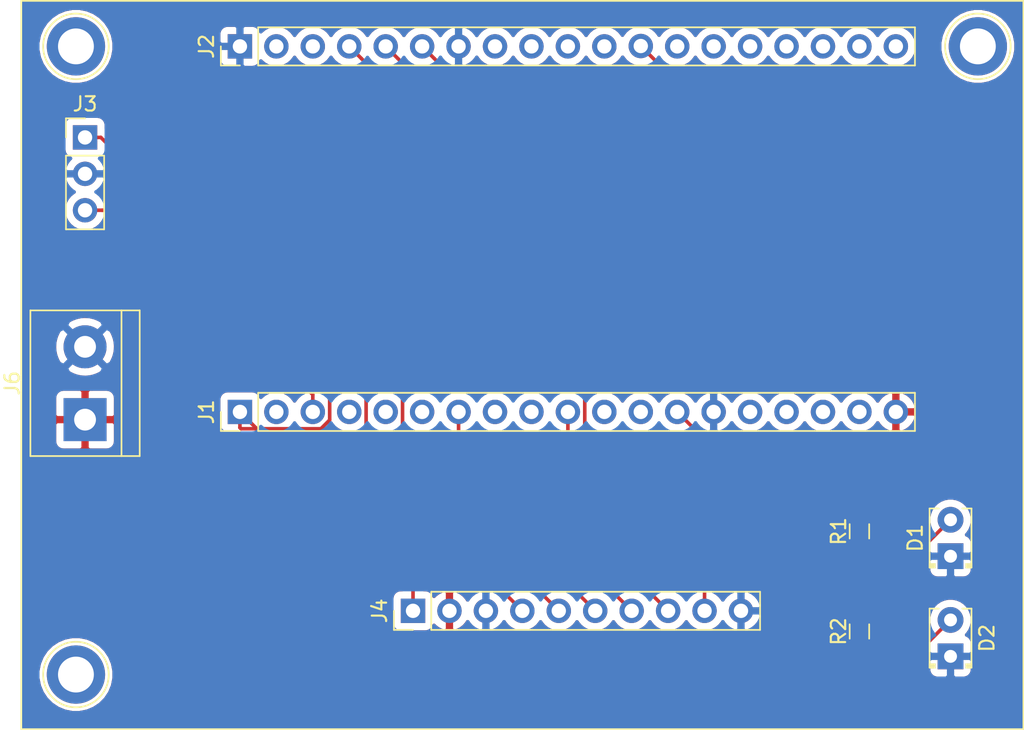
<source format=kicad_pcb>
(kicad_pcb (version 20171130) (host pcbnew "(5.1.2)-2")

  (general
    (thickness 1.6)
    (drawings 4)
    (tracks 40)
    (zones 0)
    (modules 12)
    (nets 39)
  )

  (page A4)
  (layers
    (0 F.Cu signal)
    (31 B.Cu signal)
    (32 B.Adhes user)
    (33 F.Adhes user)
    (34 B.Paste user)
    (35 F.Paste user)
    (36 B.SilkS user)
    (37 F.SilkS user)
    (38 B.Mask user)
    (39 F.Mask user)
    (40 Dwgs.User user)
    (41 Cmts.User user)
    (42 Eco1.User user)
    (43 Eco2.User user)
    (44 Edge.Cuts user)
    (45 Margin user)
    (46 B.CrtYd user)
    (47 F.CrtYd user)
    (48 B.Fab user)
    (49 F.Fab user)
  )

  (setup
    (last_trace_width 0.25)
    (trace_clearance 0.2)
    (zone_clearance 0.508)
    (zone_45_only no)
    (trace_min 0.2)
    (via_size 0.8)
    (via_drill 0.4)
    (via_min_size 0.4)
    (via_min_drill 0.3)
    (uvia_size 0.3)
    (uvia_drill 0.1)
    (uvias_allowed no)
    (uvia_min_size 0.2)
    (uvia_min_drill 0.1)
    (edge_width 0.05)
    (segment_width 0.2)
    (pcb_text_width 0.3)
    (pcb_text_size 1.5 1.5)
    (mod_edge_width 0.12)
    (mod_text_size 1 1)
    (mod_text_width 0.15)
    (pad_size 4.064 4.064)
    (pad_drill 2.5)
    (pad_to_mask_clearance 0.051)
    (solder_mask_min_width 0.25)
    (aux_axis_origin 0 0)
    (visible_elements 7FFFFFFF)
    (pcbplotparams
      (layerselection 0x010fc_ffffffff)
      (usegerberextensions false)
      (usegerberattributes false)
      (usegerberadvancedattributes false)
      (creategerberjobfile false)
      (excludeedgelayer true)
      (linewidth 0.100000)
      (plotframeref false)
      (viasonmask false)
      (mode 1)
      (useauxorigin false)
      (hpglpennumber 1)
      (hpglpenspeed 20)
      (hpglpendiameter 15.000000)
      (psnegative false)
      (psa4output false)
      (plotreference true)
      (plotvalue true)
      (plotinvisibletext false)
      (padsonsilk false)
      (subtractmaskfromsilk false)
      (outputformat 1)
      (mirror false)
      (drillshape 1)
      (scaleselection 1)
      (outputdirectory ""))
  )

  (net 0 "")
  (net 1 GND)
  (net 2 "Net-(D1-Pad2)")
  (net 3 "Net-(D2-Pad2)")
  (net 4 +3V3)
  (net 5 /EN)
  (net 6 /VP)
  (net 7 /VN)
  (net 8 /34)
  (net 9 /35)
  (net 10 /32)
  (net 11 /33)
  (net 12 /25)
  (net 13 /26)
  (net 14 /27)
  (net 15 /14)
  (net 16 /12)
  (net 17 /13)
  (net 18 /D2)
  (net 19 /D3)
  (net 20 /CMD)
  (net 21 +5V)
  (net 22 /23)
  (net 23 /22)
  (net 24 /TX)
  (net 25 /RX)
  (net 26 /21)
  (net 27 /19)
  (net 28 /18)
  (net 29 /5)
  (net 30 /17)
  (net 31 /16)
  (net 32 /4)
  (net 33 /0)
  (net 34 /2)
  (net 35 /15)
  (net 36 /D1)
  (net 37 /D0)
  (net 38 /CLK)

  (net_class Default "This is the default net class."
    (clearance 0.2)
    (trace_width 0.25)
    (via_dia 0.8)
    (via_drill 0.4)
    (uvia_dia 0.3)
    (uvia_drill 0.1)
    (add_net +3V3)
    (add_net +5V)
    (add_net /0)
    (add_net /12)
    (add_net /13)
    (add_net /14)
    (add_net /15)
    (add_net /16)
    (add_net /17)
    (add_net /18)
    (add_net /19)
    (add_net /2)
    (add_net /21)
    (add_net /22)
    (add_net /23)
    (add_net /25)
    (add_net /26)
    (add_net /27)
    (add_net /32)
    (add_net /33)
    (add_net /34)
    (add_net /35)
    (add_net /4)
    (add_net /5)
    (add_net /CLK)
    (add_net /CMD)
    (add_net /D0)
    (add_net /D1)
    (add_net /D2)
    (add_net /D3)
    (add_net /EN)
    (add_net /RX)
    (add_net /TX)
    (add_net /VN)
    (add_net /VP)
    (add_net GND)
    (add_net "Net-(D1-Pad2)")
    (add_net "Net-(D2-Pad2)")
  )

  (module Pin_Headers:Pin_Header_Straight_1x10_Pitch2.54mm (layer F.Cu) (tedit 59650532) (tstamp 5DB50543)
    (at 116.205 112.395 90)
    (descr "Through hole straight pin header, 1x10, 2.54mm pitch, single row")
    (tags "Through hole pin header THT 1x10 2.54mm single row")
    (path /5DB84F0D)
    (fp_text reference J4 (at 0 -2.33 90) (layer F.SilkS)
      (effects (font (size 1 1) (thickness 0.15)))
    )
    (fp_text value breakout (at 0 25.19 90) (layer F.Fab)
      (effects (font (size 1 1) (thickness 0.15)))
    )
    (fp_line (start -0.635 -1.27) (end 1.27 -1.27) (layer F.Fab) (width 0.1))
    (fp_line (start 1.27 -1.27) (end 1.27 24.13) (layer F.Fab) (width 0.1))
    (fp_line (start 1.27 24.13) (end -1.27 24.13) (layer F.Fab) (width 0.1))
    (fp_line (start -1.27 24.13) (end -1.27 -0.635) (layer F.Fab) (width 0.1))
    (fp_line (start -1.27 -0.635) (end -0.635 -1.27) (layer F.Fab) (width 0.1))
    (fp_line (start -1.33 24.19) (end 1.33 24.19) (layer F.SilkS) (width 0.12))
    (fp_line (start -1.33 1.27) (end -1.33 24.19) (layer F.SilkS) (width 0.12))
    (fp_line (start 1.33 1.27) (end 1.33 24.19) (layer F.SilkS) (width 0.12))
    (fp_line (start -1.33 1.27) (end 1.33 1.27) (layer F.SilkS) (width 0.12))
    (fp_line (start -1.33 0) (end -1.33 -1.33) (layer F.SilkS) (width 0.12))
    (fp_line (start -1.33 -1.33) (end 0 -1.33) (layer F.SilkS) (width 0.12))
    (fp_line (start -1.8 -1.8) (end -1.8 24.65) (layer F.CrtYd) (width 0.05))
    (fp_line (start -1.8 24.65) (end 1.8 24.65) (layer F.CrtYd) (width 0.05))
    (fp_line (start 1.8 24.65) (end 1.8 -1.8) (layer F.CrtYd) (width 0.05))
    (fp_line (start 1.8 -1.8) (end -1.8 -1.8) (layer F.CrtYd) (width 0.05))
    (fp_text user %R (at 0 11.43 180) (layer F.Fab)
      (effects (font (size 1 1) (thickness 0.15)))
    )
    (pad 1 thru_hole rect (at 0 0 90) (size 1.7 1.7) (drill 1) (layers *.Cu *.Mask)
      (net 4 +3V3))
    (pad 2 thru_hole oval (at 0 2.54 90) (size 1.7 1.7) (drill 1) (layers *.Cu *.Mask)
      (net 21 +5V))
    (pad 3 thru_hole oval (at 0 5.08 90) (size 1.7 1.7) (drill 1) (layers *.Cu *.Mask)
      (net 1 GND))
    (pad 4 thru_hole oval (at 0 7.62 90) (size 1.7 1.7) (drill 1) (layers *.Cu *.Mask)
      (net 24 /TX))
    (pad 5 thru_hole oval (at 0 10.16 90) (size 1.7 1.7) (drill 1) (layers *.Cu *.Mask)
      (net 25 /RX))
    (pad 6 thru_hole oval (at 0 12.7 90) (size 1.7 1.7) (drill 1) (layers *.Cu *.Mask)
      (net 10 /32))
    (pad 7 thru_hole oval (at 0 15.24 90) (size 1.7 1.7) (drill 1) (layers *.Cu *.Mask)
      (net 13 /26))
    (pad 8 thru_hole oval (at 0 17.78 90) (size 1.7 1.7) (drill 1) (layers *.Cu *.Mask)
      (net 26 /21))
    (pad 9 thru_hole oval (at 0 20.32 90) (size 1.7 1.7) (drill 1) (layers *.Cu *.Mask)
      (net 16 /12))
    (pad 10 thru_hole oval (at 0 22.86 90) (size 1.7 1.7) (drill 1) (layers *.Cu *.Mask)
      (net 1 GND))
    (model ${KISYS3DMOD}/Pin_Headers.3dshapes/Pin_Header_Straight_1x10_Pitch2.54mm.wrl
      (at (xyz 0 0 0))
      (scale (xyz 1 1 1))
      (rotate (xyz 0 0 0))
    )
  )

  (module Connectors:1pin (layer F.Cu) (tedit 5DB482DF) (tstamp 5DB50188)
    (at 155.575 73.025)
    (descr "module 1 pin (ou trou mecanique de percage)")
    (tags DEV)
    (fp_text reference REF** (at 0 -3.048) (layer F.SilkS) hide
      (effects (font (size 1 1) (thickness 0.15)))
    )
    (fp_text value 1pin (at 0 3) (layer F.Fab) hide
      (effects (font (size 1 1) (thickness 0.15)))
    )
    (fp_circle (center 0 0) (end 0 -2.286) (layer F.SilkS) (width 0.12))
    (fp_circle (center 0 0) (end 2.6 0) (layer F.CrtYd) (width 0.05))
    (fp_circle (center 0 0) (end 2 0.8) (layer F.Fab) (width 0.1))
    (pad 1 thru_hole circle (at 0 0) (size 4.064 4.064) (drill 2.5) (layers *.Cu *.Mask))
  )

  (module Connectors:1pin (layer F.Cu) (tedit 5DB482DF) (tstamp 5DB50188)
    (at 92.71 116.84)
    (descr "module 1 pin (ou trou mecanique de percage)")
    (tags DEV)
    (fp_text reference REF** (at 0 -3.048) (layer F.SilkS) hide
      (effects (font (size 1 1) (thickness 0.15)))
    )
    (fp_text value 1pin (at 0 3) (layer F.Fab) hide
      (effects (font (size 1 1) (thickness 0.15)))
    )
    (fp_circle (center 0 0) (end 0 -2.286) (layer F.SilkS) (width 0.12))
    (fp_circle (center 0 0) (end 2.6 0) (layer F.CrtYd) (width 0.05))
    (fp_circle (center 0 0) (end 2 0.8) (layer F.Fab) (width 0.1))
    (pad 1 thru_hole circle (at 0 0) (size 4.064 4.064) (drill 2.5) (layers *.Cu *.Mask))
  )

  (module Connectors:1pin (layer F.Cu) (tedit 5DB482DF) (tstamp 5DB500E3)
    (at 92.71 73.025)
    (descr "module 1 pin (ou trou mecanique de percage)")
    (tags DEV)
    (fp_text reference REF** (at 0 -3.048) (layer F.SilkS) hide
      (effects (font (size 1 1) (thickness 0.15)))
    )
    (fp_text value 1pin (at 0 3) (layer F.Fab) hide
      (effects (font (size 1 1) (thickness 0.15)))
    )
    (fp_circle (center 0 0) (end 2 0.8) (layer F.Fab) (width 0.1))
    (fp_circle (center 0 0) (end 2.6 0) (layer F.CrtYd) (width 0.05))
    (fp_circle (center 0 0) (end 0 -2.286) (layer F.SilkS) (width 0.12))
    (pad 1 thru_hole circle (at 0 0) (size 4.064 4.064) (drill 2.5) (layers *.Cu *.Mask))
  )

  (module Pin_Headers:Pin_Header_Straight_1x03_Pitch2.54mm (layer F.Cu) (tedit 59650532) (tstamp 5DB4730D)
    (at 93.345 79.375)
    (descr "Through hole straight pin header, 1x03, 2.54mm pitch, single row")
    (tags "Through hole pin header THT 1x03 2.54mm single row")
    (path /5DB3ABB0)
    (fp_text reference J3 (at 0 -2.33) (layer F.SilkS)
      (effects (font (size 1 1) (thickness 0.15)))
    )
    (fp_text value Conn_01x03_Male (at 0 7.41) (layer F.Fab) hide
      (effects (font (size 1 1) (thickness 0.15)))
    )
    (fp_line (start -0.635 -1.27) (end 1.27 -1.27) (layer F.Fab) (width 0.1))
    (fp_line (start 1.27 -1.27) (end 1.27 6.35) (layer F.Fab) (width 0.1))
    (fp_line (start 1.27 6.35) (end -1.27 6.35) (layer F.Fab) (width 0.1))
    (fp_line (start -1.27 6.35) (end -1.27 -0.635) (layer F.Fab) (width 0.1))
    (fp_line (start -1.27 -0.635) (end -0.635 -1.27) (layer F.Fab) (width 0.1))
    (fp_line (start -1.33 6.41) (end 1.33 6.41) (layer F.SilkS) (width 0.12))
    (fp_line (start -1.33 1.27) (end -1.33 6.41) (layer F.SilkS) (width 0.12))
    (fp_line (start 1.33 1.27) (end 1.33 6.41) (layer F.SilkS) (width 0.12))
    (fp_line (start -1.33 1.27) (end 1.33 1.27) (layer F.SilkS) (width 0.12))
    (fp_line (start -1.33 0) (end -1.33 -1.33) (layer F.SilkS) (width 0.12))
    (fp_line (start -1.33 -1.33) (end 0 -1.33) (layer F.SilkS) (width 0.12))
    (fp_line (start -1.8 -1.8) (end -1.8 6.85) (layer F.CrtYd) (width 0.05))
    (fp_line (start -1.8 6.85) (end 1.8 6.85) (layer F.CrtYd) (width 0.05))
    (fp_line (start 1.8 6.85) (end 1.8 -1.8) (layer F.CrtYd) (width 0.05))
    (fp_line (start 1.8 -1.8) (end -1.8 -1.8) (layer F.CrtYd) (width 0.05))
    (fp_text user %R (at 0 2.54 90) (layer F.Fab)
      (effects (font (size 1 1) (thickness 0.15)))
    )
    (pad 1 thru_hole rect (at 0 0) (size 1.7 1.7) (drill 1) (layers *.Cu *.Mask)
      (net 4 +3V3))
    (pad 2 thru_hole oval (at 0 2.54) (size 1.7 1.7) (drill 1) (layers *.Cu *.Mask)
      (net 1 GND))
    (pad 3 thru_hole oval (at 0 5.08) (size 1.7 1.7) (drill 1) (layers *.Cu *.Mask)
      (net 6 /VP))
    (model ${KISYS3DMOD}/Pin_Headers.3dshapes/Pin_Header_Straight_1x03_Pitch2.54mm.wrl
      (at (xyz 0 0 0))
      (scale (xyz 1 1 1))
      (rotate (xyz 0 0 0))
    )
  )

  (module LEDs:LED_D2.0mm_W4.0mm_H2.8mm_FlatTop (layer F.Cu) (tedit 5880A862) (tstamp 5DB47304)
    (at 153.67 115.57 90)
    (descr "LED, Round, FlatTop,  Rectangular size 4.0x2.8mm^2 diameter 2.0mm, 2 pins, http://www.kingbright.com/attachments/file/psearch/000/00/00/L-1034IDT(Ver.9A).pdf")
    (tags "LED Round FlatTop  Rectangular size 4.0x2.8mm^2 diameter 2.0mm 2 pins")
    (path /5DB74E48)
    (fp_text reference D2 (at 1.27 2.54 90) (layer F.SilkS)
      (effects (font (size 1 1) (thickness 0.15)))
    )
    (fp_text value PWR_LED (at 1.27 -2.54 90) (layer F.Fab)
      (effects (font (size 1 1) (thickness 0.15)))
    )
    (fp_circle (center 1.27 0) (end 2.27 0) (layer F.Fab) (width 0.1))
    (fp_line (start -0.73 -1.4) (end -0.73 1.4) (layer F.Fab) (width 0.1))
    (fp_line (start -0.73 1.4) (end 3.27 1.4) (layer F.Fab) (width 0.1))
    (fp_line (start 3.27 1.4) (end 3.27 -1.4) (layer F.Fab) (width 0.1))
    (fp_line (start 3.27 -1.4) (end -0.73 -1.4) (layer F.Fab) (width 0.1))
    (fp_line (start -0.79 -1.46) (end 3.33 -1.46) (layer F.SilkS) (width 0.12))
    (fp_line (start -0.79 1.46) (end 3.33 1.46) (layer F.SilkS) (width 0.12))
    (fp_line (start -0.79 -1.46) (end -0.79 -1.08) (layer F.SilkS) (width 0.12))
    (fp_line (start -0.79 1.08) (end -0.79 1.46) (layer F.SilkS) (width 0.12))
    (fp_line (start 3.33 -1.46) (end 3.33 -0.825) (layer F.SilkS) (width 0.12))
    (fp_line (start 3.33 0.825) (end 3.33 1.46) (layer F.SilkS) (width 0.12))
    (fp_line (start -0.67 -1.46) (end -0.67 -1.08) (layer F.SilkS) (width 0.12))
    (fp_line (start -0.67 1.08) (end -0.67 1.46) (layer F.SilkS) (width 0.12))
    (fp_line (start -0.55 -1.46) (end -0.55 -1.08) (layer F.SilkS) (width 0.12))
    (fp_line (start -0.55 1.08) (end -0.55 1.46) (layer F.SilkS) (width 0.12))
    (fp_line (start -1.15 -1.75) (end -1.15 1.75) (layer F.CrtYd) (width 0.05))
    (fp_line (start -1.15 1.75) (end 3.7 1.75) (layer F.CrtYd) (width 0.05))
    (fp_line (start 3.7 1.75) (end 3.7 -1.75) (layer F.CrtYd) (width 0.05))
    (fp_line (start 3.7 -1.75) (end -1.15 -1.75) (layer F.CrtYd) (width 0.05))
    (pad 1 thru_hole rect (at 0 0 90) (size 1.8 1.8) (drill 0.9) (layers *.Cu *.Mask)
      (net 1 GND))
    (pad 2 thru_hole circle (at 2.54 0 90) (size 1.8 1.8) (drill 0.9) (layers *.Cu *.Mask)
      (net 3 "Net-(D2-Pad2)"))
    (model ${KISYS3DMOD}/LEDs.3dshapes/LED_D2.0mm_W4.0mm_H2.8mm_FlatTop.wrl
      (at (xyz 0 0 0))
      (scale (xyz 0.393701 0.393701 0.393701))
      (rotate (xyz 0 0 0))
    )
  )

  (module LEDs:LED_D2.0mm_W4.0mm_H2.8mm_FlatTop (layer F.Cu) (tedit 5880A862) (tstamp 5DB47301)
    (at 153.67 108.585 90)
    (descr "LED, Round, FlatTop,  Rectangular size 4.0x2.8mm^2 diameter 2.0mm, 2 pins, http://www.kingbright.com/attachments/file/psearch/000/00/00/L-1034IDT(Ver.9A).pdf")
    (tags "LED Round FlatTop  Rectangular size 4.0x2.8mm^2 diameter 2.0mm 2 pins")
    (path /5DB5EBB3)
    (fp_text reference D1 (at 1.27 -2.46 90) (layer F.SilkS)
      (effects (font (size 1 1) (thickness 0.15)))
    )
    (fp_text value BLE_LED (at 1.27 2.46 90) (layer F.Fab)
      (effects (font (size 1 1) (thickness 0.15)))
    )
    (fp_circle (center 1.27 0) (end 2.27 0) (layer F.Fab) (width 0.1))
    (fp_line (start -0.73 -1.4) (end -0.73 1.4) (layer F.Fab) (width 0.1))
    (fp_line (start -0.73 1.4) (end 3.27 1.4) (layer F.Fab) (width 0.1))
    (fp_line (start 3.27 1.4) (end 3.27 -1.4) (layer F.Fab) (width 0.1))
    (fp_line (start 3.27 -1.4) (end -0.73 -1.4) (layer F.Fab) (width 0.1))
    (fp_line (start -0.79 -1.46) (end 3.33 -1.46) (layer F.SilkS) (width 0.12))
    (fp_line (start -0.79 1.46) (end 3.33 1.46) (layer F.SilkS) (width 0.12))
    (fp_line (start -0.79 -1.46) (end -0.79 -1.08) (layer F.SilkS) (width 0.12))
    (fp_line (start -0.79 1.08) (end -0.79 1.46) (layer F.SilkS) (width 0.12))
    (fp_line (start 3.33 -1.46) (end 3.33 -0.825) (layer F.SilkS) (width 0.12))
    (fp_line (start 3.33 0.825) (end 3.33 1.46) (layer F.SilkS) (width 0.12))
    (fp_line (start -0.67 -1.46) (end -0.67 -1.08) (layer F.SilkS) (width 0.12))
    (fp_line (start -0.67 1.08) (end -0.67 1.46) (layer F.SilkS) (width 0.12))
    (fp_line (start -0.55 -1.46) (end -0.55 -1.08) (layer F.SilkS) (width 0.12))
    (fp_line (start -0.55 1.08) (end -0.55 1.46) (layer F.SilkS) (width 0.12))
    (fp_line (start -1.15 -1.75) (end -1.15 1.75) (layer F.CrtYd) (width 0.05))
    (fp_line (start -1.15 1.75) (end 3.7 1.75) (layer F.CrtYd) (width 0.05))
    (fp_line (start 3.7 1.75) (end 3.7 -1.75) (layer F.CrtYd) (width 0.05))
    (fp_line (start 3.7 -1.75) (end -1.15 -1.75) (layer F.CrtYd) (width 0.05))
    (pad 1 thru_hole rect (at 0 0 90) (size 1.8 1.8) (drill 0.9) (layers *.Cu *.Mask)
      (net 1 GND))
    (pad 2 thru_hole circle (at 2.54 0 90) (size 1.8 1.8) (drill 0.9) (layers *.Cu *.Mask)
      (net 2 "Net-(D1-Pad2)"))
    (model ${KISYS3DMOD}/LEDs.3dshapes/LED_D2.0mm_W4.0mm_H2.8mm_FlatTop.wrl
      (at (xyz 0 0 0))
      (scale (xyz 0.393701 0.393701 0.393701))
      (rotate (xyz 0 0 0))
    )
  )

  (module Pin_Headers:Pin_Header_Straight_1x19_Pitch2.54mm (layer F.Cu) (tedit 5DB47D18) (tstamp 5DB4F1D7)
    (at 104.14 73.025 90)
    (descr "Through hole straight pin header, 1x19, 2.54mm pitch, single row")
    (tags "Through hole pin header THT 1x19 2.54mm single row")
    (path /5DB268D5)
    (fp_text reference J2 (at 0 -2.33 90) (layer F.SilkS)
      (effects (font (size 1 1) (thickness 0.15)))
    )
    (fp_text value rightside (at 0 48.05 90) (layer F.Fab) hide
      (effects (font (size 1 1) (thickness 0.15)))
    )
    (fp_line (start -0.635 -1.27) (end 1.27 -1.27) (layer F.Fab) (width 0.1))
    (fp_line (start 1.27 -1.27) (end 1.27 46.99) (layer F.Fab) (width 0.1))
    (fp_line (start 1.27 46.99) (end -1.27 46.99) (layer F.Fab) (width 0.1))
    (fp_line (start -1.27 46.99) (end -1.27 -0.635) (layer F.Fab) (width 0.1))
    (fp_line (start -1.27 -0.635) (end -0.635 -1.27) (layer F.Fab) (width 0.1))
    (fp_line (start -1.33 47.05) (end 1.33 47.05) (layer F.SilkS) (width 0.12))
    (fp_line (start -1.33 1.27) (end -1.33 47.05) (layer F.SilkS) (width 0.12))
    (fp_line (start 1.33 1.27) (end 1.33 47.05) (layer F.SilkS) (width 0.12))
    (fp_line (start -1.33 1.27) (end 1.33 1.27) (layer F.SilkS) (width 0.12))
    (fp_line (start -1.33 0) (end -1.33 -1.33) (layer F.SilkS) (width 0.12))
    (fp_line (start -1.33 -1.33) (end 0 -1.33) (layer F.SilkS) (width 0.12))
    (fp_line (start -1.8 -1.8) (end -1.8 47.5) (layer F.CrtYd) (width 0.05))
    (fp_line (start -1.8 47.5) (end 1.8 47.5) (layer F.CrtYd) (width 0.05))
    (fp_line (start 1.8 47.5) (end 1.8 -1.8) (layer F.CrtYd) (width 0.05))
    (fp_line (start 1.8 -1.8) (end -1.8 -1.8) (layer F.CrtYd) (width 0.05))
    (fp_text user %R (at 0 22.86 180) (layer F.Fab)
      (effects (font (size 1 1) (thickness 0.15)))
    )
    (pad 1 thru_hole rect (at 0 0 90) (size 1.7 1.7) (drill 1) (layers *.Cu *.Mask)
      (net 1 GND))
    (pad 2 thru_hole oval (at 0 2.54 90) (size 1.7 1.7) (drill 1) (layers *.Cu *.Mask)
      (net 22 /23))
    (pad 3 thru_hole oval (at 0 5.08 90) (size 1.7 1.7) (drill 1) (layers *.Cu *.Mask)
      (net 23 /22))
    (pad 4 thru_hole oval (at 0 7.62 90) (size 1.7 1.7) (drill 1) (layers *.Cu *.Mask)
      (net 24 /TX))
    (pad 5 thru_hole oval (at 0 10.16 90) (size 1.7 1.7) (drill 1) (layers *.Cu *.Mask)
      (net 25 /RX))
    (pad 6 thru_hole oval (at 0 12.7 90) (size 1.7 1.7) (drill 1) (layers *.Cu *.Mask)
      (net 26 /21))
    (pad 7 thru_hole oval (at 0 15.24 90) (size 1.7 1.7) (drill 1) (layers *.Cu *.Mask)
      (net 1 GND))
    (pad 8 thru_hole oval (at 0 17.78 90) (size 1.7 1.7) (drill 1) (layers *.Cu *.Mask)
      (net 27 /19))
    (pad 9 thru_hole oval (at 0 20.32 90) (size 1.7 1.7) (drill 1) (layers *.Cu *.Mask)
      (net 28 /18))
    (pad 10 thru_hole oval (at 0 22.86 90) (size 1.7 1.7) (drill 1) (layers *.Cu *.Mask)
      (net 29 /5))
    (pad 11 thru_hole oval (at 0 25.4 90) (size 1.7 1.7) (drill 1) (layers *.Cu *.Mask)
      (net 30 /17))
    (pad 12 thru_hole oval (at 0.025 27.94 90) (size 1.7 1.7) (drill 1) (layers *.Cu *.Mask)
      (net 31 /16))
    (pad 13 thru_hole oval (at 0 30.48 90) (size 1.7 1.7) (drill 1) (layers *.Cu *.Mask)
      (net 32 /4))
    (pad 14 thru_hole oval (at 0 33.02 90) (size 1.7 1.7) (drill 1) (layers *.Cu *.Mask)
      (net 33 /0))
    (pad 15 thru_hole oval (at 0 35.56 90) (size 1.7 1.7) (drill 1) (layers *.Cu *.Mask)
      (net 34 /2))
    (pad 16 thru_hole oval (at 0 38.1 90) (size 1.7 1.7) (drill 1) (layers *.Cu *.Mask)
      (net 35 /15))
    (pad 17 thru_hole oval (at 0 40.64 90) (size 1.7 1.7) (drill 1) (layers *.Cu *.Mask)
      (net 36 /D1))
    (pad 18 thru_hole oval (at 0 43.18 90) (size 1.7 1.7) (drill 1) (layers *.Cu *.Mask)
      (net 37 /D0))
    (pad 19 thru_hole oval (at 0 45.72 90) (size 1.7 1.7) (drill 1) (layers *.Cu *.Mask)
      (net 38 /CLK))
    (model ${KISYS3DMOD}/Pin_Headers.3dshapes/Pin_Header_Straight_1x19_Pitch2.54mm.wrl
      (at (xyz 0 0 0))
      (scale (xyz 1 1 1))
      (rotate (xyz 0 0 0))
    )
  )

  (module Pin_Headers:Pin_Header_Straight_1x19_Pitch2.54mm (layer F.Cu) (tedit 59650532) (tstamp 5DB4F9C3)
    (at 104.14 98.52 90)
    (descr "Through hole straight pin header, 1x19, 2.54mm pitch, single row")
    (tags "Through hole pin header THT 1x19 2.54mm single row")
    (path /5DB1E744)
    (fp_text reference J1 (at 0 -2.33 90) (layer F.SilkS)
      (effects (font (size 1 1) (thickness 0.15)))
    )
    (fp_text value leftside (at 0 48.05 90) (layer F.Fab) hide
      (effects (font (size 1 1) (thickness 0.15)))
    )
    (fp_line (start -0.635 -1.27) (end 1.27 -1.27) (layer F.Fab) (width 0.1))
    (fp_line (start 1.27 -1.27) (end 1.27 46.99) (layer F.Fab) (width 0.1))
    (fp_line (start 1.27 46.99) (end -1.27 46.99) (layer F.Fab) (width 0.1))
    (fp_line (start -1.27 46.99) (end -1.27 -0.635) (layer F.Fab) (width 0.1))
    (fp_line (start -1.27 -0.635) (end -0.635 -1.27) (layer F.Fab) (width 0.1))
    (fp_line (start -1.33 47.05) (end 1.33 47.05) (layer F.SilkS) (width 0.12))
    (fp_line (start -1.33 1.27) (end -1.33 47.05) (layer F.SilkS) (width 0.12))
    (fp_line (start 1.33 1.27) (end 1.33 47.05) (layer F.SilkS) (width 0.12))
    (fp_line (start -1.33 1.27) (end 1.33 1.27) (layer F.SilkS) (width 0.12))
    (fp_line (start -1.33 0) (end -1.33 -1.33) (layer F.SilkS) (width 0.12))
    (fp_line (start -1.33 -1.33) (end 0 -1.33) (layer F.SilkS) (width 0.12))
    (fp_line (start -1.8 -1.8) (end -1.8 47.5) (layer F.CrtYd) (width 0.05))
    (fp_line (start -1.8 47.5) (end 1.8 47.5) (layer F.CrtYd) (width 0.05))
    (fp_line (start 1.8 47.5) (end 1.8 -1.8) (layer F.CrtYd) (width 0.05))
    (fp_line (start 1.8 -1.8) (end -1.8 -1.8) (layer F.CrtYd) (width 0.05))
    (fp_text user %R (at 0 22.86 180) (layer F.Fab)
      (effects (font (size 1 1) (thickness 0.15)))
    )
    (pad 1 thru_hole rect (at 0 0 90) (size 1.7 1.7) (drill 1) (layers *.Cu *.Mask)
      (net 4 +3V3))
    (pad 2 thru_hole oval (at 0 2.54 90) (size 1.7 1.7) (drill 1) (layers *.Cu *.Mask)
      (net 5 /EN))
    (pad 3 thru_hole oval (at 0 5.08 90) (size 1.7 1.7) (drill 1) (layers *.Cu *.Mask)
      (net 6 /VP))
    (pad 4 thru_hole oval (at 0 7.62 90) (size 1.7 1.7) (drill 1) (layers *.Cu *.Mask)
      (net 7 /VN))
    (pad 5 thru_hole oval (at 0 10.16 90) (size 1.7 1.7) (drill 1) (layers *.Cu *.Mask)
      (net 8 /34))
    (pad 6 thru_hole oval (at 0 12.7 90) (size 1.7 1.7) (drill 1) (layers *.Cu *.Mask)
      (net 9 /35))
    (pad 7 thru_hole oval (at 0 15.24 90) (size 1.7 1.7) (drill 1) (layers *.Cu *.Mask)
      (net 10 /32))
    (pad 8 thru_hole oval (at 0 17.78 90) (size 1.7 1.7) (drill 1) (layers *.Cu *.Mask)
      (net 11 /33))
    (pad 9 thru_hole oval (at 0 20.32 90) (size 1.7 1.7) (drill 1) (layers *.Cu *.Mask)
      (net 12 /25))
    (pad 10 thru_hole oval (at 0 22.86 90) (size 1.7 1.7) (drill 1) (layers *.Cu *.Mask)
      (net 13 /26))
    (pad 11 thru_hole oval (at 0 25.4 90) (size 1.7 1.7) (drill 1) (layers *.Cu *.Mask)
      (net 14 /27))
    (pad 12 thru_hole oval (at 0 27.94 90) (size 1.7 1.7) (drill 1) (layers *.Cu *.Mask)
      (net 15 /14))
    (pad 13 thru_hole oval (at 0 30.48 90) (size 1.7 1.7) (drill 1) (layers *.Cu *.Mask)
      (net 16 /12))
    (pad 14 thru_hole oval (at 0 33.02 90) (size 1.7 1.7) (drill 1) (layers *.Cu *.Mask)
      (net 1 GND))
    (pad 15 thru_hole oval (at 0 35.56 90) (size 1.7 1.7) (drill 1) (layers *.Cu *.Mask)
      (net 17 /13))
    (pad 16 thru_hole oval (at 0 38.1 90) (size 1.7 1.7) (drill 1) (layers *.Cu *.Mask)
      (net 18 /D2))
    (pad 17 thru_hole oval (at 0 40.64 90) (size 1.7 1.7) (drill 1) (layers *.Cu *.Mask)
      (net 19 /D3))
    (pad 18 thru_hole oval (at 0 43.18 90) (size 1.7 1.7) (drill 1) (layers *.Cu *.Mask)
      (net 20 /CMD))
    (pad 19 thru_hole oval (at 0 45.72 90) (size 1.7 1.7) (drill 1) (layers *.Cu *.Mask)
      (net 21 +5V))
    (model ${KISYS3DMOD}/Pin_Headers.3dshapes/Pin_Header_Straight_1x19_Pitch2.54mm.wrl
      (at (xyz 0 0 0))
      (scale (xyz 1 1 1))
      (rotate (xyz 0 0 0))
    )
  )

  (module Resistors_SMD:R_0603_HandSoldering (layer F.Cu) (tedit 58E0A804) (tstamp 5DB4FA91)
    (at 147.32 113.835 90)
    (descr "Resistor SMD 0603, hand soldering")
    (tags "resistor 0603")
    (path /5DB74E50)
    (attr smd)
    (fp_text reference R2 (at 0 -1.45 90) (layer F.SilkS)
      (effects (font (size 1 1) (thickness 0.15)))
    )
    (fp_text value R_Small (at 0 1.55 90) (layer F.Fab) hide
      (effects (font (size 1 1) (thickness 0.15)))
    )
    (fp_text user %R (at 0 0 90) (layer F.Fab)
      (effects (font (size 0.4 0.4) (thickness 0.075)))
    )
    (fp_line (start -0.8 0.4) (end -0.8 -0.4) (layer F.Fab) (width 0.1))
    (fp_line (start 0.8 0.4) (end -0.8 0.4) (layer F.Fab) (width 0.1))
    (fp_line (start 0.8 -0.4) (end 0.8 0.4) (layer F.Fab) (width 0.1))
    (fp_line (start -0.8 -0.4) (end 0.8 -0.4) (layer F.Fab) (width 0.1))
    (fp_line (start 0.5 0.68) (end -0.5 0.68) (layer F.SilkS) (width 0.12))
    (fp_line (start -0.5 -0.68) (end 0.5 -0.68) (layer F.SilkS) (width 0.12))
    (fp_line (start -1.96 -0.7) (end 1.95 -0.7) (layer F.CrtYd) (width 0.05))
    (fp_line (start -1.96 -0.7) (end -1.96 0.7) (layer F.CrtYd) (width 0.05))
    (fp_line (start 1.95 0.7) (end 1.95 -0.7) (layer F.CrtYd) (width 0.05))
    (fp_line (start 1.95 0.7) (end -1.96 0.7) (layer F.CrtYd) (width 0.05))
    (pad 1 smd rect (at -1.1 0 90) (size 1.2 0.9) (layers F.Cu F.Paste F.Mask)
      (net 3 "Net-(D2-Pad2)"))
    (pad 2 smd rect (at 1.1 0 90) (size 1.2 0.9) (layers F.Cu F.Paste F.Mask)
      (net 21 +5V))
    (model ${KISYS3DMOD}/Resistors_SMD.3dshapes/R_0603.wrl
      (at (xyz 0 0 0))
      (scale (xyz 1 1 1))
      (rotate (xyz 0 0 0))
    )
  )

  (module Resistors_SMD:R_0603_HandSoldering (layer F.Cu) (tedit 58E0A804) (tstamp 5DB47319)
    (at 147.32 106.85 90)
    (descr "Resistor SMD 0603, hand soldering")
    (tags "resistor 0603")
    (path /5DB6EF27)
    (attr smd)
    (fp_text reference R1 (at 0 -1.45 90) (layer F.SilkS)
      (effects (font (size 1 1) (thickness 0.15)))
    )
    (fp_text value R_Small (at 0 1.55 90) (layer F.Fab) hide
      (effects (font (size 1 1) (thickness 0.15)))
    )
    (fp_text user %R (at 0 0 90) (layer F.Fab)
      (effects (font (size 0.4 0.4) (thickness 0.075)))
    )
    (fp_line (start -0.8 0.4) (end -0.8 -0.4) (layer F.Fab) (width 0.1))
    (fp_line (start 0.8 0.4) (end -0.8 0.4) (layer F.Fab) (width 0.1))
    (fp_line (start 0.8 -0.4) (end 0.8 0.4) (layer F.Fab) (width 0.1))
    (fp_line (start -0.8 -0.4) (end 0.8 -0.4) (layer F.Fab) (width 0.1))
    (fp_line (start 0.5 0.68) (end -0.5 0.68) (layer F.SilkS) (width 0.12))
    (fp_line (start -0.5 -0.68) (end 0.5 -0.68) (layer F.SilkS) (width 0.12))
    (fp_line (start -1.96 -0.7) (end 1.95 -0.7) (layer F.CrtYd) (width 0.05))
    (fp_line (start -1.96 -0.7) (end -1.96 0.7) (layer F.CrtYd) (width 0.05))
    (fp_line (start 1.95 0.7) (end 1.95 -0.7) (layer F.CrtYd) (width 0.05))
    (fp_line (start 1.95 0.7) (end -1.96 0.7) (layer F.CrtYd) (width 0.05))
    (pad 1 smd rect (at -1.1 0 90) (size 1.2 0.9) (layers F.Cu F.Paste F.Mask)
      (net 2 "Net-(D1-Pad2)"))
    (pad 2 smd rect (at 1.1 0 90) (size 1.2 0.9) (layers F.Cu F.Paste F.Mask)
      (net 31 /16))
    (model ${KISYS3DMOD}/Resistors_SMD.3dshapes/R_0603.wrl
      (at (xyz 0 0 0))
      (scale (xyz 1 1 1))
      (rotate (xyz 0 0 0))
    )
  )

  (module Connectors_Terminal_Blocks:TerminalBlock_bornier-2_P5.08mm (layer F.Cu) (tedit 59FF03AB) (tstamp 5DB47316)
    (at 93.345 99.06 90)
    (descr "simple 2-pin terminal block, pitch 5.08mm, revamped version of bornier2")
    (tags "terminal block bornier2")
    (path /5DB4B9F0)
    (fp_text reference J6 (at 2.54 -5.08 90) (layer F.SilkS)
      (effects (font (size 1 1) (thickness 0.15)))
    )
    (fp_text value Batt_Input (at 2.54 5.08 90) (layer F.Fab)
      (effects (font (size 1 1) (thickness 0.15)))
    )
    (fp_text user %R (at 2.54 0 90) (layer F.Fab)
      (effects (font (size 1 1) (thickness 0.15)))
    )
    (fp_line (start -2.41 2.55) (end 7.49 2.55) (layer F.Fab) (width 0.1))
    (fp_line (start -2.46 -3.75) (end -2.46 3.75) (layer F.Fab) (width 0.1))
    (fp_line (start -2.46 3.75) (end 7.54 3.75) (layer F.Fab) (width 0.1))
    (fp_line (start 7.54 3.75) (end 7.54 -3.75) (layer F.Fab) (width 0.1))
    (fp_line (start 7.54 -3.75) (end -2.46 -3.75) (layer F.Fab) (width 0.1))
    (fp_line (start 7.62 2.54) (end -2.54 2.54) (layer F.SilkS) (width 0.12))
    (fp_line (start 7.62 3.81) (end 7.62 -3.81) (layer F.SilkS) (width 0.12))
    (fp_line (start 7.62 -3.81) (end -2.54 -3.81) (layer F.SilkS) (width 0.12))
    (fp_line (start -2.54 -3.81) (end -2.54 3.81) (layer F.SilkS) (width 0.12))
    (fp_line (start -2.54 3.81) (end 7.62 3.81) (layer F.SilkS) (width 0.12))
    (fp_line (start -2.71 -4) (end 7.79 -4) (layer F.CrtYd) (width 0.05))
    (fp_line (start -2.71 -4) (end -2.71 4) (layer F.CrtYd) (width 0.05))
    (fp_line (start 7.79 4) (end 7.79 -4) (layer F.CrtYd) (width 0.05))
    (fp_line (start 7.79 4) (end -2.71 4) (layer F.CrtYd) (width 0.05))
    (pad 1 thru_hole rect (at 0 0 90) (size 3 3) (drill 1.52) (layers *.Cu *.Mask)
      (net 21 +5V))
    (pad 2 thru_hole circle (at 5.08 0 90) (size 3 3) (drill 1.52) (layers *.Cu *.Mask)
      (net 1 GND))
    (model ${KISYS3DMOD}/Terminal_Blocks.3dshapes/TerminalBlock_bornier-2_P5.08mm.wrl
      (offset (xyz 2.539999961853027 0 0))
      (scale (xyz 1 1 1))
      (rotate (xyz 0 0 0))
    )
  )

  (gr_line (start 88.9 120.65) (end 88.9 69.85) (layer F.SilkS) (width 0.12) (tstamp 5DB472A5))
  (gr_line (start 158.75 120.65) (end 88.9 120.65) (layer F.SilkS) (width 0.12))
  (gr_line (start 158.75 69.85) (end 158.75 120.65) (layer F.SilkS) (width 0.12))
  (gr_line (start 88.9 69.85) (end 158.75 69.85) (layer F.SilkS) (width 0.12))

  (segment (start 151.765 107.95) (end 153.67 106.045) (width 0.25) (layer F.Cu) (net 2))
  (segment (start 147.32 107.95) (end 151.765 107.95) (width 0.25) (layer F.Cu) (net 2))
  (segment (start 151.765 114.935) (end 153.67 113.03) (width 0.25) (layer F.Cu) (net 3))
  (segment (start 147.32 114.935) (end 151.765 114.935) (width 0.25) (layer F.Cu) (net 3))
  (segment (start 116.205 110.585) (end 104.14 98.52) (width 0.25) (layer F.Cu) (net 4))
  (segment (start 116.205 112.395) (end 116.205 110.585) (width 0.25) (layer F.Cu) (net 4))
  (segment (start 94.445 79.375) (end 93.345 79.375) (width 0.25) (layer F.Cu) (net 4))
  (segment (start 110.395001 99.084001) (end 110.395001 95.325001) (width 0.25) (layer F.Cu) (net 4))
  (segment (start 109.784001 99.695001) (end 110.395001 99.084001) (width 0.25) (layer F.Cu) (net 4))
  (segment (start 110.395001 95.325001) (end 94.445 79.375) (width 0.25) (layer F.Cu) (net 4))
  (segment (start 104.215001 99.695001) (end 109.784001 99.695001) (width 0.25) (layer F.Cu) (net 4))
  (segment (start 104.14 99.62) (end 104.215001 99.695001) (width 0.25) (layer F.Cu) (net 4))
  (segment (start 104.14 98.52) (end 104.14 99.62) (width 0.25) (layer F.Cu) (net 4))
  (segment (start 94.547081 84.455) (end 93.345 84.455) (width 0.25) (layer F.Cu) (net 6))
  (segment (start 96.357081 84.455) (end 94.547081 84.455) (width 0.25) (layer F.Cu) (net 6))
  (segment (start 109.22 97.317919) (end 96.357081 84.455) (width 0.25) (layer F.Cu) (net 6))
  (segment (start 109.22 98.52) (end 109.22 97.317919) (width 0.25) (layer F.Cu) (net 6))
  (segment (start 119.38 102.87) (end 119.38 98.52) (width 0.25) (layer F.Cu) (net 10))
  (segment (start 128.905 112.395) (end 119.38 102.87) (width 0.25) (layer F.Cu) (net 10))
  (segment (start 127 107.95) (end 127 98.52) (width 0.25) (layer F.Cu) (net 13))
  (segment (start 131.445 112.395) (end 127 107.95) (width 0.25) (layer F.Cu) (net 13))
  (segment (start 136.525 100.425) (end 134.62 98.52) (width 0.25) (layer F.Cu) (net 16))
  (segment (start 136.525 112.395) (end 136.525 100.425) (width 0.25) (layer F.Cu) (net 16))
  (segment (start 147.32 112.735) (end 147.32 112.585) (width 0.25) (layer F.Cu) (net 21))
  (segment (start 112.609999 73.874999) (end 111.76 73.025) (width 0.25) (layer F.Cu) (net 24))
  (segment (start 112.935001 74.200001) (end 112.609999 73.874999) (width 0.25) (layer F.Cu) (net 24))
  (segment (start 112.935001 101.505001) (end 112.935001 74.200001) (width 0.25) (layer F.Cu) (net 24))
  (segment (start 123.825 112.395) (end 112.935001 101.505001) (width 0.25) (layer F.Cu) (net 24))
  (segment (start 115.149999 73.874999) (end 114.3 73.025) (width 0.25) (layer F.Cu) (net 25))
  (segment (start 115.475001 74.200001) (end 115.149999 73.874999) (width 0.25) (layer F.Cu) (net 25))
  (segment (start 115.475001 101.505001) (end 115.475001 74.200001) (width 0.25) (layer F.Cu) (net 25))
  (segment (start 126.365 112.395) (end 115.475001 101.505001) (width 0.25) (layer F.Cu) (net 25))
  (segment (start 117.689999 73.874999) (end 116.84 73.025) (width 0.25) (layer F.Cu) (net 26))
  (segment (start 128.175001 84.360001) (end 117.689999 73.874999) (width 0.25) (layer F.Cu) (net 26))
  (segment (start 128.175001 106.585001) (end 128.175001 84.360001) (width 0.25) (layer F.Cu) (net 26))
  (segment (start 133.985 112.395) (end 128.175001 106.585001) (width 0.25) (layer F.Cu) (net 26))
  (segment (start 152.4 93.32) (end 132.08 73) (width 0.25) (layer F.Cu) (net 31))
  (segment (start 152.4 103.355) (end 152.4 93.32) (width 0.25) (layer F.Cu) (net 31))
  (segment (start 150.005 105.75) (end 147.32 105.75) (width 0.25) (layer F.Cu) (net 31))
  (segment (start 152.4 103.355) (end 150.005 105.75) (width 0.25) (layer F.Cu) (net 31))

  (zone (net 1) (net_name GND) (layer B.Cu) (tstamp 5DB63FF8) (hatch edge 0.508)
    (connect_pads (clearance 0.508))
    (min_thickness 0.254)
    (fill yes (arc_segments 32) (thermal_gap 0.508) (thermal_bridge_width 0.508))
    (polygon
      (pts
        (xy 88.9 120.65) (xy 88.9 69.85) (xy 158.75 69.85) (xy 158.75 120.65)
      )
    )
    (filled_polygon
      (pts
        (xy 158.623 120.523) (xy 89.027 120.523) (xy 89.027 116.577323) (xy 90.043 116.577323) (xy 90.043 117.102677)
        (xy 90.145492 117.617935) (xy 90.346536 118.103298) (xy 90.638406 118.540113) (xy 91.009887 118.911594) (xy 91.446702 119.203464)
        (xy 91.932065 119.404508) (xy 92.447323 119.507) (xy 92.972677 119.507) (xy 93.487935 119.404508) (xy 93.973298 119.203464)
        (xy 94.410113 118.911594) (xy 94.781594 118.540113) (xy 95.073464 118.103298) (xy 95.274508 117.617935) (xy 95.377 117.102677)
        (xy 95.377 116.577323) (xy 95.355652 116.47) (xy 152.131928 116.47) (xy 152.144188 116.594482) (xy 152.180498 116.71418)
        (xy 152.239463 116.824494) (xy 152.318815 116.921185) (xy 152.415506 117.000537) (xy 152.52582 117.059502) (xy 152.645518 117.095812)
        (xy 152.77 117.108072) (xy 153.38425 117.105) (xy 153.543 116.94625) (xy 153.543 115.697) (xy 153.797 115.697)
        (xy 153.797 116.94625) (xy 153.95575 117.105) (xy 154.57 117.108072) (xy 154.694482 117.095812) (xy 154.81418 117.059502)
        (xy 154.924494 117.000537) (xy 155.021185 116.921185) (xy 155.100537 116.824494) (xy 155.159502 116.71418) (xy 155.195812 116.594482)
        (xy 155.208072 116.47) (xy 155.205 115.85575) (xy 155.04625 115.697) (xy 153.797 115.697) (xy 153.543 115.697)
        (xy 152.29375 115.697) (xy 152.135 115.85575) (xy 152.131928 116.47) (xy 95.355652 116.47) (xy 95.274508 116.062065)
        (xy 95.073464 115.576702) (xy 94.781594 115.139887) (xy 94.410113 114.768406) (xy 94.262838 114.67) (xy 152.131928 114.67)
        (xy 152.135 115.28425) (xy 152.29375 115.443) (xy 153.543 115.443) (xy 153.543 115.423) (xy 153.797 115.423)
        (xy 153.797 115.443) (xy 155.04625 115.443) (xy 155.205 115.28425) (xy 155.208072 114.67) (xy 155.195812 114.545518)
        (xy 155.159502 114.42582) (xy 155.100537 114.315506) (xy 155.021185 114.218815) (xy 154.924494 114.139463) (xy 154.81418 114.080498)
        (xy 154.795873 114.074944) (xy 154.862312 114.008505) (xy 155.030299 113.757095) (xy 155.146011 113.477743) (xy 155.205 113.181184)
        (xy 155.205 112.878816) (xy 155.146011 112.582257) (xy 155.030299 112.302905) (xy 154.862312 112.051495) (xy 154.648505 111.837688)
        (xy 154.397095 111.669701) (xy 154.117743 111.553989) (xy 153.821184 111.495) (xy 153.518816 111.495) (xy 153.222257 111.553989)
        (xy 152.942905 111.669701) (xy 152.691495 111.837688) (xy 152.477688 112.051495) (xy 152.309701 112.302905) (xy 152.193989 112.582257)
        (xy 152.135 112.878816) (xy 152.135 113.181184) (xy 152.193989 113.477743) (xy 152.309701 113.757095) (xy 152.477688 114.008505)
        (xy 152.544127 114.074944) (xy 152.52582 114.080498) (xy 152.415506 114.139463) (xy 152.318815 114.218815) (xy 152.239463 114.315506)
        (xy 152.180498 114.42582) (xy 152.144188 114.545518) (xy 152.131928 114.67) (xy 94.262838 114.67) (xy 93.973298 114.476536)
        (xy 93.487935 114.275492) (xy 92.972677 114.173) (xy 92.447323 114.173) (xy 91.932065 114.275492) (xy 91.446702 114.476536)
        (xy 91.009887 114.768406) (xy 90.638406 115.139887) (xy 90.346536 115.576702) (xy 90.145492 116.062065) (xy 90.043 116.577323)
        (xy 89.027 116.577323) (xy 89.027 111.545) (xy 114.716928 111.545) (xy 114.716928 113.245) (xy 114.729188 113.369482)
        (xy 114.765498 113.48918) (xy 114.824463 113.599494) (xy 114.903815 113.696185) (xy 115.000506 113.775537) (xy 115.11082 113.834502)
        (xy 115.230518 113.870812) (xy 115.355 113.883072) (xy 117.055 113.883072) (xy 117.179482 113.870812) (xy 117.29918 113.834502)
        (xy 117.409494 113.775537) (xy 117.506185 113.696185) (xy 117.585537 113.599494) (xy 117.644502 113.48918) (xy 117.665393 113.420313)
        (xy 117.689866 113.450134) (xy 117.915986 113.635706) (xy 118.173966 113.773599) (xy 118.453889 113.858513) (xy 118.67205 113.88)
        (xy 118.81795 113.88) (xy 119.036111 113.858513) (xy 119.316034 113.773599) (xy 119.574014 113.635706) (xy 119.800134 113.450134)
        (xy 119.985706 113.224014) (xy 120.020201 113.159477) (xy 120.089822 113.276355) (xy 120.284731 113.492588) (xy 120.51808 113.666641)
        (xy 120.780901 113.791825) (xy 120.92811 113.836476) (xy 121.158 113.715155) (xy 121.158 112.522) (xy 121.138 112.522)
        (xy 121.138 112.268) (xy 121.158 112.268) (xy 121.158 111.074845) (xy 121.412 111.074845) (xy 121.412 112.268)
        (xy 121.432 112.268) (xy 121.432 112.522) (xy 121.412 112.522) (xy 121.412 113.715155) (xy 121.64189 113.836476)
        (xy 121.789099 113.791825) (xy 122.05192 113.666641) (xy 122.285269 113.492588) (xy 122.480178 113.276355) (xy 122.549799 113.159477)
        (xy 122.584294 113.224014) (xy 122.769866 113.450134) (xy 122.995986 113.635706) (xy 123.253966 113.773599) (xy 123.533889 113.858513)
        (xy 123.75205 113.88) (xy 123.89795 113.88) (xy 124.116111 113.858513) (xy 124.396034 113.773599) (xy 124.654014 113.635706)
        (xy 124.880134 113.450134) (xy 125.065706 113.224014) (xy 125.095 113.169209) (xy 125.124294 113.224014) (xy 125.309866 113.450134)
        (xy 125.535986 113.635706) (xy 125.793966 113.773599) (xy 126.073889 113.858513) (xy 126.29205 113.88) (xy 126.43795 113.88)
        (xy 126.656111 113.858513) (xy 126.936034 113.773599) (xy 127.194014 113.635706) (xy 127.420134 113.450134) (xy 127.605706 113.224014)
        (xy 127.635 113.169209) (xy 127.664294 113.224014) (xy 127.849866 113.450134) (xy 128.075986 113.635706) (xy 128.333966 113.773599)
        (xy 128.613889 113.858513) (xy 128.83205 113.88) (xy 128.97795 113.88) (xy 129.196111 113.858513) (xy 129.476034 113.773599)
        (xy 129.734014 113.635706) (xy 129.960134 113.450134) (xy 130.145706 113.224014) (xy 130.175 113.169209) (xy 130.204294 113.224014)
        (xy 130.389866 113.450134) (xy 130.615986 113.635706) (xy 130.873966 113.773599) (xy 131.153889 113.858513) (xy 131.37205 113.88)
        (xy 131.51795 113.88) (xy 131.736111 113.858513) (xy 132.016034 113.773599) (xy 132.274014 113.635706) (xy 132.500134 113.450134)
        (xy 132.685706 113.224014) (xy 132.715 113.169209) (xy 132.744294 113.224014) (xy 132.929866 113.450134) (xy 133.155986 113.635706)
        (xy 133.413966 113.773599) (xy 133.693889 113.858513) (xy 133.91205 113.88) (xy 134.05795 113.88) (xy 134.276111 113.858513)
        (xy 134.556034 113.773599) (xy 134.814014 113.635706) (xy 135.040134 113.450134) (xy 135.225706 113.224014) (xy 135.255 113.169209)
        (xy 135.284294 113.224014) (xy 135.469866 113.450134) (xy 135.695986 113.635706) (xy 135.953966 113.773599) (xy 136.233889 113.858513)
        (xy 136.45205 113.88) (xy 136.59795 113.88) (xy 136.816111 113.858513) (xy 137.096034 113.773599) (xy 137.354014 113.635706)
        (xy 137.580134 113.450134) (xy 137.765706 113.224014) (xy 137.800201 113.159477) (xy 137.869822 113.276355) (xy 138.064731 113.492588)
        (xy 138.29808 113.666641) (xy 138.560901 113.791825) (xy 138.70811 113.836476) (xy 138.938 113.715155) (xy 138.938 112.522)
        (xy 139.192 112.522) (xy 139.192 113.715155) (xy 139.42189 113.836476) (xy 139.569099 113.791825) (xy 139.83192 113.666641)
        (xy 140.065269 113.492588) (xy 140.260178 113.276355) (xy 140.409157 113.026252) (xy 140.506481 112.751891) (xy 140.385814 112.522)
        (xy 139.192 112.522) (xy 138.938 112.522) (xy 138.918 112.522) (xy 138.918 112.268) (xy 138.938 112.268)
        (xy 138.938 111.074845) (xy 139.192 111.074845) (xy 139.192 112.268) (xy 140.385814 112.268) (xy 140.506481 112.038109)
        (xy 140.409157 111.763748) (xy 140.260178 111.513645) (xy 140.065269 111.297412) (xy 139.83192 111.123359) (xy 139.569099 110.998175)
        (xy 139.42189 110.953524) (xy 139.192 111.074845) (xy 138.938 111.074845) (xy 138.70811 110.953524) (xy 138.560901 110.998175)
        (xy 138.29808 111.123359) (xy 138.064731 111.297412) (xy 137.869822 111.513645) (xy 137.800201 111.630523) (xy 137.765706 111.565986)
        (xy 137.580134 111.339866) (xy 137.354014 111.154294) (xy 137.096034 111.016401) (xy 136.816111 110.931487) (xy 136.59795 110.91)
        (xy 136.45205 110.91) (xy 136.233889 110.931487) (xy 135.953966 111.016401) (xy 135.695986 111.154294) (xy 135.469866 111.339866)
        (xy 135.284294 111.565986) (xy 135.255 111.620791) (xy 135.225706 111.565986) (xy 135.040134 111.339866) (xy 134.814014 111.154294)
        (xy 134.556034 111.016401) (xy 134.276111 110.931487) (xy 134.05795 110.91) (xy 133.91205 110.91) (xy 133.693889 110.931487)
        (xy 133.413966 111.016401) (xy 133.155986 111.154294) (xy 132.929866 111.339866) (xy 132.744294 111.565986) (xy 132.715 111.620791)
        (xy 132.685706 111.565986) (xy 132.500134 111.339866) (xy 132.274014 111.154294) (xy 132.016034 111.016401) (xy 131.736111 110.931487)
        (xy 131.51795 110.91) (xy 131.37205 110.91) (xy 131.153889 110.931487) (xy 130.873966 111.016401) (xy 130.615986 111.154294)
        (xy 130.389866 111.339866) (xy 130.204294 111.565986) (xy 130.175 111.620791) (xy 130.145706 111.565986) (xy 129.960134 111.339866)
        (xy 129.734014 111.154294) (xy 129.476034 111.016401) (xy 129.196111 110.931487) (xy 128.97795 110.91) (xy 128.83205 110.91)
        (xy 128.613889 110.931487) (xy 128.333966 111.016401) (xy 128.075986 111.154294) (xy 127.849866 111.339866) (xy 127.664294 111.565986)
        (xy 127.635 111.620791) (xy 127.605706 111.565986) (xy 127.420134 111.339866) (xy 127.194014 111.154294) (xy 126.936034 111.016401)
        (xy 126.656111 110.931487) (xy 126.43795 110.91) (xy 126.29205 110.91) (xy 126.073889 110.931487) (xy 125.793966 111.016401)
        (xy 125.535986 111.154294) (xy 125.309866 111.339866) (xy 125.124294 111.565986) (xy 125.095 111.620791) (xy 125.065706 111.565986)
        (xy 124.880134 111.339866) (xy 124.654014 111.154294) (xy 124.396034 111.016401) (xy 124.116111 110.931487) (xy 123.89795 110.91)
        (xy 123.75205 110.91) (xy 123.533889 110.931487) (xy 123.253966 111.016401) (xy 122.995986 111.154294) (xy 122.769866 111.339866)
        (xy 122.584294 111.565986) (xy 122.549799 111.630523) (xy 122.480178 111.513645) (xy 122.285269 111.297412) (xy 122.05192 111.123359)
        (xy 121.789099 110.998175) (xy 121.64189 110.953524) (xy 121.412 111.074845) (xy 121.158 111.074845) (xy 120.92811 110.953524)
        (xy 120.780901 110.998175) (xy 120.51808 111.123359) (xy 120.284731 111.297412) (xy 120.089822 111.513645) (xy 120.020201 111.630523)
        (xy 119.985706 111.565986) (xy 119.800134 111.339866) (xy 119.574014 111.154294) (xy 119.316034 111.016401) (xy 119.036111 110.931487)
        (xy 118.81795 110.91) (xy 118.67205 110.91) (xy 118.453889 110.931487) (xy 118.173966 111.016401) (xy 117.915986 111.154294)
        (xy 117.689866 111.339866) (xy 117.665393 111.369687) (xy 117.644502 111.30082) (xy 117.585537 111.190506) (xy 117.506185 111.093815)
        (xy 117.409494 111.014463) (xy 117.29918 110.955498) (xy 117.179482 110.919188) (xy 117.055 110.906928) (xy 115.355 110.906928)
        (xy 115.230518 110.919188) (xy 115.11082 110.955498) (xy 115.000506 111.014463) (xy 114.903815 111.093815) (xy 114.824463 111.190506)
        (xy 114.765498 111.30082) (xy 114.729188 111.420518) (xy 114.716928 111.545) (xy 89.027 111.545) (xy 89.027 109.485)
        (xy 152.131928 109.485) (xy 152.144188 109.609482) (xy 152.180498 109.72918) (xy 152.239463 109.839494) (xy 152.318815 109.936185)
        (xy 152.415506 110.015537) (xy 152.52582 110.074502) (xy 152.645518 110.110812) (xy 152.77 110.123072) (xy 153.38425 110.12)
        (xy 153.543 109.96125) (xy 153.543 108.712) (xy 153.797 108.712) (xy 153.797 109.96125) (xy 153.95575 110.12)
        (xy 154.57 110.123072) (xy 154.694482 110.110812) (xy 154.81418 110.074502) (xy 154.924494 110.015537) (xy 155.021185 109.936185)
        (xy 155.100537 109.839494) (xy 155.159502 109.72918) (xy 155.195812 109.609482) (xy 155.208072 109.485) (xy 155.205 108.87075)
        (xy 155.04625 108.712) (xy 153.797 108.712) (xy 153.543 108.712) (xy 152.29375 108.712) (xy 152.135 108.87075)
        (xy 152.131928 109.485) (xy 89.027 109.485) (xy 89.027 107.685) (xy 152.131928 107.685) (xy 152.135 108.29925)
        (xy 152.29375 108.458) (xy 153.543 108.458) (xy 153.543 108.438) (xy 153.797 108.438) (xy 153.797 108.458)
        (xy 155.04625 108.458) (xy 155.205 108.29925) (xy 155.208072 107.685) (xy 155.195812 107.560518) (xy 155.159502 107.44082)
        (xy 155.100537 107.330506) (xy 155.021185 107.233815) (xy 154.924494 107.154463) (xy 154.81418 107.095498) (xy 154.795873 107.089944)
        (xy 154.862312 107.023505) (xy 155.030299 106.772095) (xy 155.146011 106.492743) (xy 155.205 106.196184) (xy 155.205 105.893816)
        (xy 155.146011 105.597257) (xy 155.030299 105.317905) (xy 154.862312 105.066495) (xy 154.648505 104.852688) (xy 154.397095 104.684701)
        (xy 154.117743 104.568989) (xy 153.821184 104.51) (xy 153.518816 104.51) (xy 153.222257 104.568989) (xy 152.942905 104.684701)
        (xy 152.691495 104.852688) (xy 152.477688 105.066495) (xy 152.309701 105.317905) (xy 152.193989 105.597257) (xy 152.135 105.893816)
        (xy 152.135 106.196184) (xy 152.193989 106.492743) (xy 152.309701 106.772095) (xy 152.477688 107.023505) (xy 152.544127 107.089944)
        (xy 152.52582 107.095498) (xy 152.415506 107.154463) (xy 152.318815 107.233815) (xy 152.239463 107.330506) (xy 152.180498 107.44082)
        (xy 152.144188 107.560518) (xy 152.131928 107.685) (xy 89.027 107.685) (xy 89.027 97.56) (xy 91.206928 97.56)
        (xy 91.206928 100.56) (xy 91.219188 100.684482) (xy 91.255498 100.80418) (xy 91.314463 100.914494) (xy 91.393815 101.011185)
        (xy 91.490506 101.090537) (xy 91.60082 101.149502) (xy 91.720518 101.185812) (xy 91.845 101.198072) (xy 94.845 101.198072)
        (xy 94.969482 101.185812) (xy 95.08918 101.149502) (xy 95.199494 101.090537) (xy 95.296185 101.011185) (xy 95.375537 100.914494)
        (xy 95.434502 100.80418) (xy 95.470812 100.684482) (xy 95.483072 100.56) (xy 95.483072 97.67) (xy 102.651928 97.67)
        (xy 102.651928 99.37) (xy 102.664188 99.494482) (xy 102.700498 99.61418) (xy 102.759463 99.724494) (xy 102.838815 99.821185)
        (xy 102.935506 99.900537) (xy 103.04582 99.959502) (xy 103.165518 99.995812) (xy 103.29 100.008072) (xy 104.99 100.008072)
        (xy 105.114482 99.995812) (xy 105.23418 99.959502) (xy 105.344494 99.900537) (xy 105.441185 99.821185) (xy 105.520537 99.724494)
        (xy 105.579502 99.61418) (xy 105.600393 99.545313) (xy 105.624866 99.575134) (xy 105.850986 99.760706) (xy 106.108966 99.898599)
        (xy 106.388889 99.983513) (xy 106.60705 100.005) (xy 106.75295 100.005) (xy 106.971111 99.983513) (xy 107.251034 99.898599)
        (xy 107.509014 99.760706) (xy 107.735134 99.575134) (xy 107.920706 99.349014) (xy 107.95 99.294209) (xy 107.979294 99.349014)
        (xy 108.164866 99.575134) (xy 108.390986 99.760706) (xy 108.648966 99.898599) (xy 108.928889 99.983513) (xy 109.14705 100.005)
        (xy 109.29295 100.005) (xy 109.511111 99.983513) (xy 109.791034 99.898599) (xy 110.049014 99.760706) (xy 110.275134 99.575134)
        (xy 110.460706 99.349014) (xy 110.49 99.294209) (xy 110.519294 99.349014) (xy 110.704866 99.575134) (xy 110.930986 99.760706)
        (xy 111.188966 99.898599) (xy 111.468889 99.983513) (xy 111.68705 100.005) (xy 111.83295 100.005) (xy 112.051111 99.983513)
        (xy 112.331034 99.898599) (xy 112.589014 99.760706) (xy 112.815134 99.575134) (xy 113.000706 99.349014) (xy 113.03 99.294209)
        (xy 113.059294 99.349014) (xy 113.244866 99.575134) (xy 113.470986 99.760706) (xy 113.728966 99.898599) (xy 114.008889 99.983513)
        (xy 114.22705 100.005) (xy 114.37295 100.005) (xy 114.591111 99.983513) (xy 114.871034 99.898599) (xy 115.129014 99.760706)
        (xy 115.355134 99.575134) (xy 115.540706 99.349014) (xy 115.57 99.294209) (xy 115.599294 99.349014) (xy 115.784866 99.575134)
        (xy 116.010986 99.760706) (xy 116.268966 99.898599) (xy 116.548889 99.983513) (xy 116.76705 100.005) (xy 116.91295 100.005)
        (xy 117.131111 99.983513) (xy 117.411034 99.898599) (xy 117.669014 99.760706) (xy 117.895134 99.575134) (xy 118.080706 99.349014)
        (xy 118.11 99.294209) (xy 118.139294 99.349014) (xy 118.324866 99.575134) (xy 118.550986 99.760706) (xy 118.808966 99.898599)
        (xy 119.088889 99.983513) (xy 119.30705 100.005) (xy 119.45295 100.005) (xy 119.671111 99.983513) (xy 119.951034 99.898599)
        (xy 120.209014 99.760706) (xy 120.435134 99.575134) (xy 120.620706 99.349014) (xy 120.65 99.294209) (xy 120.679294 99.349014)
        (xy 120.864866 99.575134) (xy 121.090986 99.760706) (xy 121.348966 99.898599) (xy 121.628889 99.983513) (xy 121.84705 100.005)
        (xy 121.99295 100.005) (xy 122.211111 99.983513) (xy 122.491034 99.898599) (xy 122.749014 99.760706) (xy 122.975134 99.575134)
        (xy 123.160706 99.349014) (xy 123.19 99.294209) (xy 123.219294 99.349014) (xy 123.404866 99.575134) (xy 123.630986 99.760706)
        (xy 123.888966 99.898599) (xy 124.168889 99.983513) (xy 124.38705 100.005) (xy 124.53295 100.005) (xy 124.751111 99.983513)
        (xy 125.031034 99.898599) (xy 125.289014 99.760706) (xy 125.515134 99.575134) (xy 125.700706 99.349014) (xy 125.73 99.294209)
        (xy 125.759294 99.349014) (xy 125.944866 99.575134) (xy 126.170986 99.760706) (xy 126.428966 99.898599) (xy 126.708889 99.983513)
        (xy 126.92705 100.005) (xy 127.07295 100.005) (xy 127.291111 99.983513) (xy 127.571034 99.898599) (xy 127.829014 99.760706)
        (xy 128.055134 99.575134) (xy 128.240706 99.349014) (xy 128.27 99.294209) (xy 128.299294 99.349014) (xy 128.484866 99.575134)
        (xy 128.710986 99.760706) (xy 128.968966 99.898599) (xy 129.248889 99.983513) (xy 129.46705 100.005) (xy 129.61295 100.005)
        (xy 129.831111 99.983513) (xy 130.111034 99.898599) (xy 130.369014 99.760706) (xy 130.595134 99.575134) (xy 130.780706 99.349014)
        (xy 130.81 99.294209) (xy 130.839294 99.349014) (xy 131.024866 99.575134) (xy 131.250986 99.760706) (xy 131.508966 99.898599)
        (xy 131.788889 99.983513) (xy 132.00705 100.005) (xy 132.15295 100.005) (xy 132.371111 99.983513) (xy 132.651034 99.898599)
        (xy 132.909014 99.760706) (xy 133.135134 99.575134) (xy 133.320706 99.349014) (xy 133.35 99.294209) (xy 133.379294 99.349014)
        (xy 133.564866 99.575134) (xy 133.790986 99.760706) (xy 134.048966 99.898599) (xy 134.328889 99.983513) (xy 134.54705 100.005)
        (xy 134.69295 100.005) (xy 134.911111 99.983513) (xy 135.191034 99.898599) (xy 135.449014 99.760706) (xy 135.675134 99.575134)
        (xy 135.860706 99.349014) (xy 135.895201 99.284477) (xy 135.964822 99.401355) (xy 136.159731 99.617588) (xy 136.39308 99.791641)
        (xy 136.655901 99.916825) (xy 136.80311 99.961476) (xy 137.033 99.840155) (xy 137.033 98.647) (xy 137.013 98.647)
        (xy 137.013 98.393) (xy 137.033 98.393) (xy 137.033 97.199845) (xy 137.287 97.199845) (xy 137.287 98.393)
        (xy 137.307 98.393) (xy 137.307 98.647) (xy 137.287 98.647) (xy 137.287 99.840155) (xy 137.51689 99.961476)
        (xy 137.664099 99.916825) (xy 137.92692 99.791641) (xy 138.160269 99.617588) (xy 138.355178 99.401355) (xy 138.424799 99.284477)
        (xy 138.459294 99.349014) (xy 138.644866 99.575134) (xy 138.870986 99.760706) (xy 139.128966 99.898599) (xy 139.408889 99.983513)
        (xy 139.62705 100.005) (xy 139.77295 100.005) (xy 139.991111 99.983513) (xy 140.271034 99.898599) (xy 140.529014 99.760706)
        (xy 140.755134 99.575134) (xy 140.940706 99.349014) (xy 140.97 99.294209) (xy 140.999294 99.349014) (xy 141.184866 99.575134)
        (xy 141.410986 99.760706) (xy 141.668966 99.898599) (xy 141.948889 99.983513) (xy 142.16705 100.005) (xy 142.31295 100.005)
        (xy 142.531111 99.983513) (xy 142.811034 99.898599) (xy 143.069014 99.760706) (xy 143.295134 99.575134) (xy 143.480706 99.349014)
        (xy 143.51 99.294209) (xy 143.539294 99.349014) (xy 143.724866 99.575134) (xy 143.950986 99.760706) (xy 144.208966 99.898599)
        (xy 144.488889 99.983513) (xy 144.70705 100.005) (xy 144.85295 100.005) (xy 145.071111 99.983513) (xy 145.351034 99.898599)
        (xy 145.609014 99.760706) (xy 145.835134 99.575134) (xy 146.020706 99.349014) (xy 146.05 99.294209) (xy 146.079294 99.349014)
        (xy 146.264866 99.575134) (xy 146.490986 99.760706) (xy 146.748966 99.898599) (xy 147.028889 99.983513) (xy 147.24705 100.005)
        (xy 147.39295 100.005) (xy 147.611111 99.983513) (xy 147.891034 99.898599) (xy 148.149014 99.760706) (xy 148.375134 99.575134)
        (xy 148.560706 99.349014) (xy 148.59 99.294209) (xy 148.619294 99.349014) (xy 148.804866 99.575134) (xy 149.030986 99.760706)
        (xy 149.288966 99.898599) (xy 149.568889 99.983513) (xy 149.78705 100.005) (xy 149.93295 100.005) (xy 150.151111 99.983513)
        (xy 150.431034 99.898599) (xy 150.689014 99.760706) (xy 150.915134 99.575134) (xy 151.100706 99.349014) (xy 151.238599 99.091034)
        (xy 151.323513 98.811111) (xy 151.352185 98.52) (xy 151.323513 98.228889) (xy 151.238599 97.948966) (xy 151.100706 97.690986)
        (xy 150.915134 97.464866) (xy 150.689014 97.279294) (xy 150.431034 97.141401) (xy 150.151111 97.056487) (xy 149.93295 97.035)
        (xy 149.78705 97.035) (xy 149.568889 97.056487) (xy 149.288966 97.141401) (xy 149.030986 97.279294) (xy 148.804866 97.464866)
        (xy 148.619294 97.690986) (xy 148.59 97.745791) (xy 148.560706 97.690986) (xy 148.375134 97.464866) (xy 148.149014 97.279294)
        (xy 147.891034 97.141401) (xy 147.611111 97.056487) (xy 147.39295 97.035) (xy 147.24705 97.035) (xy 147.028889 97.056487)
        (xy 146.748966 97.141401) (xy 146.490986 97.279294) (xy 146.264866 97.464866) (xy 146.079294 97.690986) (xy 146.05 97.745791)
        (xy 146.020706 97.690986) (xy 145.835134 97.464866) (xy 145.609014 97.279294) (xy 145.351034 97.141401) (xy 145.071111 97.056487)
        (xy 144.85295 97.035) (xy 144.70705 97.035) (xy 144.488889 97.056487) (xy 144.208966 97.141401) (xy 143.950986 97.279294)
        (xy 143.724866 97.464866) (xy 143.539294 97.690986) (xy 143.51 97.745791) (xy 143.480706 97.690986) (xy 143.295134 97.464866)
        (xy 143.069014 97.279294) (xy 142.811034 97.141401) (xy 142.531111 97.056487) (xy 142.31295 97.035) (xy 142.16705 97.035)
        (xy 141.948889 97.056487) (xy 141.668966 97.141401) (xy 141.410986 97.279294) (xy 141.184866 97.464866) (xy 140.999294 97.690986)
        (xy 140.97 97.745791) (xy 140.940706 97.690986) (xy 140.755134 97.464866) (xy 140.529014 97.279294) (xy 140.271034 97.141401)
        (xy 139.991111 97.056487) (xy 139.77295 97.035) (xy 139.62705 97.035) (xy 139.408889 97.056487) (xy 139.128966 97.141401)
        (xy 138.870986 97.279294) (xy 138.644866 97.464866) (xy 138.459294 97.690986) (xy 138.424799 97.755523) (xy 138.355178 97.638645)
        (xy 138.160269 97.422412) (xy 137.92692 97.248359) (xy 137.664099 97.123175) (xy 137.51689 97.078524) (xy 137.287 97.199845)
        (xy 137.033 97.199845) (xy 136.80311 97.078524) (xy 136.655901 97.123175) (xy 136.39308 97.248359) (xy 136.159731 97.422412)
        (xy 135.964822 97.638645) (xy 135.895201 97.755523) (xy 135.860706 97.690986) (xy 135.675134 97.464866) (xy 135.449014 97.279294)
        (xy 135.191034 97.141401) (xy 134.911111 97.056487) (xy 134.69295 97.035) (xy 134.54705 97.035) (xy 134.328889 97.056487)
        (xy 134.048966 97.141401) (xy 133.790986 97.279294) (xy 133.564866 97.464866) (xy 133.379294 97.690986) (xy 133.35 97.745791)
        (xy 133.320706 97.690986) (xy 133.135134 97.464866) (xy 132.909014 97.279294) (xy 132.651034 97.141401) (xy 132.371111 97.056487)
        (xy 132.15295 97.035) (xy 132.00705 97.035) (xy 131.788889 97.056487) (xy 131.508966 97.141401) (xy 131.250986 97.279294)
        (xy 131.024866 97.464866) (xy 130.839294 97.690986) (xy 130.81 97.745791) (xy 130.780706 97.690986) (xy 130.595134 97.464866)
        (xy 130.369014 97.279294) (xy 130.111034 97.141401) (xy 129.831111 97.056487) (xy 129.61295 97.035) (xy 129.46705 97.035)
        (xy 129.248889 97.056487) (xy 128.968966 97.141401) (xy 128.710986 97.279294) (xy 128.484866 97.464866) (xy 128.299294 97.690986)
        (xy 128.27 97.745791) (xy 128.240706 97.690986) (xy 128.055134 97.464866) (xy 127.829014 97.279294) (xy 127.571034 97.141401)
        (xy 127.291111 97.056487) (xy 127.07295 97.035) (xy 126.92705 97.035) (xy 126.708889 97.056487) (xy 126.428966 97.141401)
        (xy 126.170986 97.279294) (xy 125.944866 97.464866) (xy 125.759294 97.690986) (xy 125.73 97.745791) (xy 125.700706 97.690986)
        (xy 125.515134 97.464866) (xy 125.289014 97.279294) (xy 125.031034 97.141401) (xy 124.751111 97.056487) (xy 124.53295 97.035)
        (xy 124.38705 97.035) (xy 124.168889 97.056487) (xy 123.888966 97.141401) (xy 123.630986 97.279294) (xy 123.404866 97.464866)
        (xy 123.219294 97.690986) (xy 123.19 97.745791) (xy 123.160706 97.690986) (xy 122.975134 97.464866) (xy 122.749014 97.279294)
        (xy 122.491034 97.141401) (xy 122.211111 97.056487) (xy 121.99295 97.035) (xy 121.84705 97.035) (xy 121.628889 97.056487)
        (xy 121.348966 97.141401) (xy 121.090986 97.279294) (xy 120.864866 97.464866) (xy 120.679294 97.690986) (xy 120.65 97.745791)
        (xy 120.620706 97.690986) (xy 120.435134 97.464866) (xy 120.209014 97.279294) (xy 119.951034 97.141401) (xy 119.671111 97.056487)
        (xy 119.45295 97.035) (xy 119.30705 97.035) (xy 119.088889 97.056487) (xy 118.808966 97.141401) (xy 118.550986 97.279294)
        (xy 118.324866 97.464866) (xy 118.139294 97.690986) (xy 118.11 97.745791) (xy 118.080706 97.690986) (xy 117.895134 97.464866)
        (xy 117.669014 97.279294) (xy 117.411034 97.141401) (xy 117.131111 97.056487) (xy 116.91295 97.035) (xy 116.76705 97.035)
        (xy 116.548889 97.056487) (xy 116.268966 97.141401) (xy 116.010986 97.279294) (xy 115.784866 97.464866) (xy 115.599294 97.690986)
        (xy 115.57 97.745791) (xy 115.540706 97.690986) (xy 115.355134 97.464866) (xy 115.129014 97.279294) (xy 114.871034 97.141401)
        (xy 114.591111 97.056487) (xy 114.37295 97.035) (xy 114.22705 97.035) (xy 114.008889 97.056487) (xy 113.728966 97.141401)
        (xy 113.470986 97.279294) (xy 113.244866 97.464866) (xy 113.059294 97.690986) (xy 113.03 97.745791) (xy 113.000706 97.690986)
        (xy 112.815134 97.464866) (xy 112.589014 97.279294) (xy 112.331034 97.141401) (xy 112.051111 97.056487) (xy 111.83295 97.035)
        (xy 111.68705 97.035) (xy 111.468889 97.056487) (xy 111.188966 97.141401) (xy 110.930986 97.279294) (xy 110.704866 97.464866)
        (xy 110.519294 97.690986) (xy 110.49 97.745791) (xy 110.460706 97.690986) (xy 110.275134 97.464866) (xy 110.049014 97.279294)
        (xy 109.791034 97.141401) (xy 109.511111 97.056487) (xy 109.29295 97.035) (xy 109.14705 97.035) (xy 108.928889 97.056487)
        (xy 108.648966 97.141401) (xy 108.390986 97.279294) (xy 108.164866 97.464866) (xy 107.979294 97.690986) (xy 107.95 97.745791)
        (xy 107.920706 97.690986) (xy 107.735134 97.464866) (xy 107.509014 97.279294) (xy 107.251034 97.141401) (xy 106.971111 97.056487)
        (xy 106.75295 97.035) (xy 106.60705 97.035) (xy 106.388889 97.056487) (xy 106.108966 97.141401) (xy 105.850986 97.279294)
        (xy 105.624866 97.464866) (xy 105.600393 97.494687) (xy 105.579502 97.42582) (xy 105.520537 97.315506) (xy 105.441185 97.218815)
        (xy 105.344494 97.139463) (xy 105.23418 97.080498) (xy 105.114482 97.044188) (xy 104.99 97.031928) (xy 103.29 97.031928)
        (xy 103.165518 97.044188) (xy 103.04582 97.080498) (xy 102.935506 97.139463) (xy 102.838815 97.218815) (xy 102.759463 97.315506)
        (xy 102.700498 97.42582) (xy 102.664188 97.545518) (xy 102.651928 97.67) (xy 95.483072 97.67) (xy 95.483072 97.56)
        (xy 95.470812 97.435518) (xy 95.434502 97.31582) (xy 95.375537 97.205506) (xy 95.296185 97.108815) (xy 95.199494 97.029463)
        (xy 95.08918 96.970498) (xy 94.969482 96.934188) (xy 94.845 96.921928) (xy 91.845 96.921928) (xy 91.720518 96.934188)
        (xy 91.60082 96.970498) (xy 91.490506 97.029463) (xy 91.393815 97.108815) (xy 91.314463 97.205506) (xy 91.255498 97.31582)
        (xy 91.219188 97.435518) (xy 91.206928 97.56) (xy 89.027 97.56) (xy 89.027 95.471653) (xy 92.032952 95.471653)
        (xy 92.188962 95.787214) (xy 92.563745 95.97802) (xy 92.968551 96.092044) (xy 93.387824 96.124902) (xy 93.805451 96.075334)
        (xy 94.205383 95.945243) (xy 94.501038 95.787214) (xy 94.657048 95.471653) (xy 93.345 94.159605) (xy 92.032952 95.471653)
        (xy 89.027 95.471653) (xy 89.027 94.022824) (xy 91.200098 94.022824) (xy 91.249666 94.440451) (xy 91.379757 94.840383)
        (xy 91.537786 95.136038) (xy 91.853347 95.292048) (xy 93.165395 93.98) (xy 93.524605 93.98) (xy 94.836653 95.292048)
        (xy 95.152214 95.136038) (xy 95.34302 94.761255) (xy 95.457044 94.356449) (xy 95.489902 93.937176) (xy 95.440334 93.519549)
        (xy 95.310243 93.119617) (xy 95.152214 92.823962) (xy 94.836653 92.667952) (xy 93.524605 93.98) (xy 93.165395 93.98)
        (xy 91.853347 92.667952) (xy 91.537786 92.823962) (xy 91.34698 93.198745) (xy 91.232956 93.603551) (xy 91.200098 94.022824)
        (xy 89.027 94.022824) (xy 89.027 92.488347) (xy 92.032952 92.488347) (xy 93.345 93.800395) (xy 94.657048 92.488347)
        (xy 94.501038 92.172786) (xy 94.126255 91.98198) (xy 93.721449 91.867956) (xy 93.302176 91.835098) (xy 92.884549 91.884666)
        (xy 92.484617 92.014757) (xy 92.188962 92.172786) (xy 92.032952 92.488347) (xy 89.027 92.488347) (xy 89.027 84.455)
        (xy 91.852815 84.455) (xy 91.881487 84.746111) (xy 91.966401 85.026034) (xy 92.104294 85.284014) (xy 92.289866 85.510134)
        (xy 92.515986 85.695706) (xy 92.773966 85.833599) (xy 93.053889 85.918513) (xy 93.27205 85.94) (xy 93.41795 85.94)
        (xy 93.636111 85.918513) (xy 93.916034 85.833599) (xy 94.174014 85.695706) (xy 94.400134 85.510134) (xy 94.585706 85.284014)
        (xy 94.723599 85.026034) (xy 94.808513 84.746111) (xy 94.837185 84.455) (xy 94.808513 84.163889) (xy 94.723599 83.883966)
        (xy 94.585706 83.625986) (xy 94.400134 83.399866) (xy 94.174014 83.214294) (xy 94.109477 83.179799) (xy 94.226355 83.110178)
        (xy 94.442588 82.915269) (xy 94.616641 82.68192) (xy 94.741825 82.419099) (xy 94.786476 82.27189) (xy 94.665155 82.042)
        (xy 93.472 82.042) (xy 93.472 82.062) (xy 93.218 82.062) (xy 93.218 82.042) (xy 92.024845 82.042)
        (xy 91.903524 82.27189) (xy 91.948175 82.419099) (xy 92.073359 82.68192) (xy 92.247412 82.915269) (xy 92.463645 83.110178)
        (xy 92.580523 83.179799) (xy 92.515986 83.214294) (xy 92.289866 83.399866) (xy 92.104294 83.625986) (xy 91.966401 83.883966)
        (xy 91.881487 84.163889) (xy 91.852815 84.455) (xy 89.027 84.455) (xy 89.027 78.525) (xy 91.856928 78.525)
        (xy 91.856928 80.225) (xy 91.869188 80.349482) (xy 91.905498 80.46918) (xy 91.964463 80.579494) (xy 92.043815 80.676185)
        (xy 92.140506 80.755537) (xy 92.25082 80.814502) (xy 92.331466 80.838966) (xy 92.247412 80.914731) (xy 92.073359 81.14808)
        (xy 91.948175 81.410901) (xy 91.903524 81.55811) (xy 92.024845 81.788) (xy 93.218 81.788) (xy 93.218 81.768)
        (xy 93.472 81.768) (xy 93.472 81.788) (xy 94.665155 81.788) (xy 94.786476 81.55811) (xy 94.741825 81.410901)
        (xy 94.616641 81.14808) (xy 94.442588 80.914731) (xy 94.358534 80.838966) (xy 94.43918 80.814502) (xy 94.549494 80.755537)
        (xy 94.646185 80.676185) (xy 94.725537 80.579494) (xy 94.784502 80.46918) (xy 94.820812 80.349482) (xy 94.833072 80.225)
        (xy 94.833072 78.525) (xy 94.820812 78.400518) (xy 94.784502 78.28082) (xy 94.725537 78.170506) (xy 94.646185 78.073815)
        (xy 94.549494 77.994463) (xy 94.43918 77.935498) (xy 94.319482 77.899188) (xy 94.195 77.886928) (xy 92.495 77.886928)
        (xy 92.370518 77.899188) (xy 92.25082 77.935498) (xy 92.140506 77.994463) (xy 92.043815 78.073815) (xy 91.964463 78.170506)
        (xy 91.905498 78.28082) (xy 91.869188 78.400518) (xy 91.856928 78.525) (xy 89.027 78.525) (xy 89.027 72.762323)
        (xy 90.043 72.762323) (xy 90.043 73.287677) (xy 90.145492 73.802935) (xy 90.346536 74.288298) (xy 90.638406 74.725113)
        (xy 91.009887 75.096594) (xy 91.446702 75.388464) (xy 91.932065 75.589508) (xy 92.447323 75.692) (xy 92.972677 75.692)
        (xy 93.487935 75.589508) (xy 93.973298 75.388464) (xy 94.410113 75.096594) (xy 94.781594 74.725113) (xy 95.073464 74.288298)
        (xy 95.244657 73.875) (xy 102.651928 73.875) (xy 102.664188 73.999482) (xy 102.700498 74.11918) (xy 102.759463 74.229494)
        (xy 102.838815 74.326185) (xy 102.935506 74.405537) (xy 103.04582 74.464502) (xy 103.165518 74.500812) (xy 103.29 74.513072)
        (xy 103.85425 74.51) (xy 104.013 74.35125) (xy 104.013 73.152) (xy 102.81375 73.152) (xy 102.655 73.31075)
        (xy 102.651928 73.875) (xy 95.244657 73.875) (xy 95.274508 73.802935) (xy 95.377 73.287677) (xy 95.377 72.762323)
        (xy 95.274508 72.247065) (xy 95.244658 72.175) (xy 102.651928 72.175) (xy 102.655 72.73925) (xy 102.81375 72.898)
        (xy 104.013 72.898) (xy 104.013 71.69875) (xy 104.267 71.69875) (xy 104.267 72.898) (xy 104.287 72.898)
        (xy 104.287 73.152) (xy 104.267 73.152) (xy 104.267 74.35125) (xy 104.42575 74.51) (xy 104.99 74.513072)
        (xy 105.114482 74.500812) (xy 105.23418 74.464502) (xy 105.344494 74.405537) (xy 105.441185 74.326185) (xy 105.520537 74.229494)
        (xy 105.579502 74.11918) (xy 105.600393 74.050313) (xy 105.624866 74.080134) (xy 105.850986 74.265706) (xy 106.108966 74.403599)
        (xy 106.388889 74.488513) (xy 106.60705 74.51) (xy 106.75295 74.51) (xy 106.971111 74.488513) (xy 107.251034 74.403599)
        (xy 107.509014 74.265706) (xy 107.735134 74.080134) (xy 107.920706 73.854014) (xy 107.95 73.799209) (xy 107.979294 73.854014)
        (xy 108.164866 74.080134) (xy 108.390986 74.265706) (xy 108.648966 74.403599) (xy 108.928889 74.488513) (xy 109.14705 74.51)
        (xy 109.29295 74.51) (xy 109.511111 74.488513) (xy 109.791034 74.403599) (xy 110.049014 74.265706) (xy 110.275134 74.080134)
        (xy 110.460706 73.854014) (xy 110.49 73.799209) (xy 110.519294 73.854014) (xy 110.704866 74.080134) (xy 110.930986 74.265706)
        (xy 111.188966 74.403599) (xy 111.468889 74.488513) (xy 111.68705 74.51) (xy 111.83295 74.51) (xy 112.051111 74.488513)
        (xy 112.331034 74.403599) (xy 112.589014 74.265706) (xy 112.815134 74.080134) (xy 113.000706 73.854014) (xy 113.03 73.799209)
        (xy 113.059294 73.854014) (xy 113.244866 74.080134) (xy 113.470986 74.265706) (xy 113.728966 74.403599) (xy 114.008889 74.488513)
        (xy 114.22705 74.51) (xy 114.37295 74.51) (xy 114.591111 74.488513) (xy 114.871034 74.403599) (xy 115.129014 74.265706)
        (xy 115.355134 74.080134) (xy 115.540706 73.854014) (xy 115.57 73.799209) (xy 115.599294 73.854014) (xy 115.784866 74.080134)
        (xy 116.010986 74.265706) (xy 116.268966 74.403599) (xy 116.548889 74.488513) (xy 116.76705 74.51) (xy 116.91295 74.51)
        (xy 117.131111 74.488513) (xy 117.411034 74.403599) (xy 117.669014 74.265706) (xy 117.895134 74.080134) (xy 118.080706 73.854014)
        (xy 118.115201 73.789477) (xy 118.184822 73.906355) (xy 118.379731 74.122588) (xy 118.61308 74.296641) (xy 118.875901 74.421825)
        (xy 119.02311 74.466476) (xy 119.253 74.345155) (xy 119.253 73.152) (xy 119.233 73.152) (xy 119.233 72.898)
        (xy 119.253 72.898) (xy 119.253 71.704845) (xy 119.507 71.704845) (xy 119.507 72.898) (xy 119.527 72.898)
        (xy 119.527 73.152) (xy 119.507 73.152) (xy 119.507 74.345155) (xy 119.73689 74.466476) (xy 119.884099 74.421825)
        (xy 120.14692 74.296641) (xy 120.380269 74.122588) (xy 120.575178 73.906355) (xy 120.644799 73.789477) (xy 120.679294 73.854014)
        (xy 120.864866 74.080134) (xy 121.090986 74.265706) (xy 121.348966 74.403599) (xy 121.628889 74.488513) (xy 121.84705 74.51)
        (xy 121.99295 74.51) (xy 122.211111 74.488513) (xy 122.491034 74.403599) (xy 122.749014 74.265706) (xy 122.975134 74.080134)
        (xy 123.160706 73.854014) (xy 123.19 73.799209) (xy 123.219294 73.854014) (xy 123.404866 74.080134) (xy 123.630986 74.265706)
        (xy 123.888966 74.403599) (xy 124.168889 74.488513) (xy 124.38705 74.51) (xy 124.53295 74.51) (xy 124.751111 74.488513)
        (xy 125.031034 74.403599) (xy 125.289014 74.265706) (xy 125.515134 74.080134) (xy 125.700706 73.854014) (xy 125.73 73.799209)
        (xy 125.759294 73.854014) (xy 125.944866 74.080134) (xy 126.170986 74.265706) (xy 126.428966 74.403599) (xy 126.708889 74.488513)
        (xy 126.92705 74.51) (xy 127.07295 74.51) (xy 127.291111 74.488513) (xy 127.571034 74.403599) (xy 127.829014 74.265706)
        (xy 128.055134 74.080134) (xy 128.240706 73.854014) (xy 128.27 73.799209) (xy 128.299294 73.854014) (xy 128.484866 74.080134)
        (xy 128.710986 74.265706) (xy 128.968966 74.403599) (xy 129.248889 74.488513) (xy 129.46705 74.51) (xy 129.61295 74.51)
        (xy 129.831111 74.488513) (xy 130.111034 74.403599) (xy 130.369014 74.265706) (xy 130.595134 74.080134) (xy 130.780706 73.854014)
        (xy 130.816681 73.786709) (xy 130.839294 73.829014) (xy 131.024866 74.055134) (xy 131.250986 74.240706) (xy 131.508966 74.378599)
        (xy 131.788889 74.463513) (xy 132.00705 74.485) (xy 132.15295 74.485) (xy 132.371111 74.463513) (xy 132.651034 74.378599)
        (xy 132.909014 74.240706) (xy 133.135134 74.055134) (xy 133.320706 73.829014) (xy 133.343319 73.786709) (xy 133.379294 73.854014)
        (xy 133.564866 74.080134) (xy 133.790986 74.265706) (xy 134.048966 74.403599) (xy 134.328889 74.488513) (xy 134.54705 74.51)
        (xy 134.69295 74.51) (xy 134.911111 74.488513) (xy 135.191034 74.403599) (xy 135.449014 74.265706) (xy 135.675134 74.080134)
        (xy 135.860706 73.854014) (xy 135.89 73.799209) (xy 135.919294 73.854014) (xy 136.104866 74.080134) (xy 136.330986 74.265706)
        (xy 136.588966 74.403599) (xy 136.868889 74.488513) (xy 137.08705 74.51) (xy 137.23295 74.51) (xy 137.451111 74.488513)
        (xy 137.731034 74.403599) (xy 137.989014 74.265706) (xy 138.215134 74.080134) (xy 138.400706 73.854014) (xy 138.43 73.799209)
        (xy 138.459294 73.854014) (xy 138.644866 74.080134) (xy 138.870986 74.265706) (xy 139.128966 74.403599) (xy 139.408889 74.488513)
        (xy 139.62705 74.51) (xy 139.77295 74.51) (xy 139.991111 74.488513) (xy 140.271034 74.403599) (xy 140.529014 74.265706)
        (xy 140.755134 74.080134) (xy 140.940706 73.854014) (xy 140.97 73.799209) (xy 140.999294 73.854014) (xy 141.184866 74.080134)
        (xy 141.410986 74.265706) (xy 141.668966 74.403599) (xy 141.948889 74.488513) (xy 142.16705 74.51) (xy 142.31295 74.51)
        (xy 142.531111 74.488513) (xy 142.811034 74.403599) (xy 143.069014 74.265706) (xy 143.295134 74.080134) (xy 143.480706 73.854014)
        (xy 143.51 73.799209) (xy 143.539294 73.854014) (xy 143.724866 74.080134) (xy 143.950986 74.265706) (xy 144.208966 74.403599)
        (xy 144.488889 74.488513) (xy 144.70705 74.51) (xy 144.85295 74.51) (xy 145.071111 74.488513) (xy 145.351034 74.403599)
        (xy 145.609014 74.265706) (xy 145.835134 74.080134) (xy 146.020706 73.854014) (xy 146.05 73.799209) (xy 146.079294 73.854014)
        (xy 146.264866 74.080134) (xy 146.490986 74.265706) (xy 146.748966 74.403599) (xy 147.028889 74.488513) (xy 147.24705 74.51)
        (xy 147.39295 74.51) (xy 147.611111 74.488513) (xy 147.891034 74.403599) (xy 148.149014 74.265706) (xy 148.375134 74.080134)
        (xy 148.560706 73.854014) (xy 148.59 73.799209) (xy 148.619294 73.854014) (xy 148.804866 74.080134) (xy 149.030986 74.265706)
        (xy 149.288966 74.403599) (xy 149.568889 74.488513) (xy 149.78705 74.51) (xy 149.93295 74.51) (xy 150.151111 74.488513)
        (xy 150.431034 74.403599) (xy 150.689014 74.265706) (xy 150.915134 74.080134) (xy 151.100706 73.854014) (xy 151.238599 73.596034)
        (xy 151.323513 73.316111) (xy 151.352185 73.025) (xy 151.326314 72.762323) (xy 152.908 72.762323) (xy 152.908 73.287677)
        (xy 153.010492 73.802935) (xy 153.211536 74.288298) (xy 153.503406 74.725113) (xy 153.874887 75.096594) (xy 154.311702 75.388464)
        (xy 154.797065 75.589508) (xy 155.312323 75.692) (xy 155.837677 75.692) (xy 156.352935 75.589508) (xy 156.838298 75.388464)
        (xy 157.275113 75.096594) (xy 157.646594 74.725113) (xy 157.938464 74.288298) (xy 158.139508 73.802935) (xy 158.242 73.287677)
        (xy 158.242 72.762323) (xy 158.139508 72.247065) (xy 157.938464 71.761702) (xy 157.646594 71.324887) (xy 157.275113 70.953406)
        (xy 156.838298 70.661536) (xy 156.352935 70.460492) (xy 155.837677 70.358) (xy 155.312323 70.358) (xy 154.797065 70.460492)
        (xy 154.311702 70.661536) (xy 153.874887 70.953406) (xy 153.503406 71.324887) (xy 153.211536 71.761702) (xy 153.010492 72.247065)
        (xy 152.908 72.762323) (xy 151.326314 72.762323) (xy 151.323513 72.733889) (xy 151.238599 72.453966) (xy 151.100706 72.195986)
        (xy 150.915134 71.969866) (xy 150.689014 71.784294) (xy 150.431034 71.646401) (xy 150.151111 71.561487) (xy 149.93295 71.54)
        (xy 149.78705 71.54) (xy 149.568889 71.561487) (xy 149.288966 71.646401) (xy 149.030986 71.784294) (xy 148.804866 71.969866)
        (xy 148.619294 72.195986) (xy 148.59 72.250791) (xy 148.560706 72.195986) (xy 148.375134 71.969866) (xy 148.149014 71.784294)
        (xy 147.891034 71.646401) (xy 147.611111 71.561487) (xy 147.39295 71.54) (xy 147.24705 71.54) (xy 147.028889 71.561487)
        (xy 146.748966 71.646401) (xy 146.490986 71.784294) (xy 146.264866 71.969866) (xy 146.079294 72.195986) (xy 146.05 72.250791)
        (xy 146.020706 72.195986) (xy 145.835134 71.969866) (xy 145.609014 71.784294) (xy 145.351034 71.646401) (xy 145.071111 71.561487)
        (xy 144.85295 71.54) (xy 144.70705 71.54) (xy 144.488889 71.561487) (xy 144.208966 71.646401) (xy 143.950986 71.784294)
        (xy 143.724866 71.969866) (xy 143.539294 72.195986) (xy 143.51 72.250791) (xy 143.480706 72.195986) (xy 143.295134 71.969866)
        (xy 143.069014 71.784294) (xy 142.811034 71.646401) (xy 142.531111 71.561487) (xy 142.31295 71.54) (xy 142.16705 71.54)
        (xy 141.948889 71.561487) (xy 141.668966 71.646401) (xy 141.410986 71.784294) (xy 141.184866 71.969866) (xy 140.999294 72.195986)
        (xy 140.97 72.250791) (xy 140.940706 72.195986) (xy 140.755134 71.969866) (xy 140.529014 71.784294) (xy 140.271034 71.646401)
        (xy 139.991111 71.561487) (xy 139.77295 71.54) (xy 139.62705 71.54) (xy 139.408889 71.561487) (xy 139.128966 71.646401)
        (xy 138.870986 71.784294) (xy 138.644866 71.969866) (xy 138.459294 72.195986) (xy 138.43 72.250791) (xy 138.400706 72.195986)
        (xy 138.215134 71.969866) (xy 137.989014 71.784294) (xy 137.731034 71.646401) (xy 137.451111 71.561487) (xy 137.23295 71.54)
        (xy 137.08705 71.54) (xy 136.868889 71.561487) (xy 136.588966 71.646401) (xy 136.330986 71.784294) (xy 136.104866 71.969866)
        (xy 135.919294 72.195986) (xy 135.89 72.250791) (xy 135.860706 72.195986) (xy 135.675134 71.969866) (xy 135.449014 71.784294)
        (xy 135.191034 71.646401) (xy 134.911111 71.561487) (xy 134.69295 71.54) (xy 134.54705 71.54) (xy 134.328889 71.561487)
        (xy 134.048966 71.646401) (xy 133.790986 71.784294) (xy 133.564866 71.969866) (xy 133.379294 72.195986) (xy 133.356681 72.238291)
        (xy 133.320706 72.170986) (xy 133.135134 71.944866) (xy 132.909014 71.759294) (xy 132.651034 71.621401) (xy 132.371111 71.536487)
        (xy 132.15295 71.515) (xy 132.00705 71.515) (xy 131.788889 71.536487) (xy 131.508966 71.621401) (xy 131.250986 71.759294)
        (xy 131.024866 71.944866) (xy 130.839294 72.170986) (xy 130.803319 72.238291) (xy 130.780706 72.195986) (xy 130.595134 71.969866)
        (xy 130.369014 71.784294) (xy 130.111034 71.646401) (xy 129.831111 71.561487) (xy 129.61295 71.54) (xy 129.46705 71.54)
        (xy 129.248889 71.561487) (xy 128.968966 71.646401) (xy 128.710986 71.784294) (xy 128.484866 71.969866) (xy 128.299294 72.195986)
        (xy 128.27 72.250791) (xy 128.240706 72.195986) (xy 128.055134 71.969866) (xy 127.829014 71.784294) (xy 127.571034 71.646401)
        (xy 127.291111 71.561487) (xy 127.07295 71.54) (xy 126.92705 71.54) (xy 126.708889 71.561487) (xy 126.428966 71.646401)
        (xy 126.170986 71.784294) (xy 125.944866 71.969866) (xy 125.759294 72.195986) (xy 125.73 72.250791) (xy 125.700706 72.195986)
        (xy 125.515134 71.969866) (xy 125.289014 71.784294) (xy 125.031034 71.646401) (xy 124.751111 71.561487) (xy 124.53295 71.54)
        (xy 124.38705 71.54) (xy 124.168889 71.561487) (xy 123.888966 71.646401) (xy 123.630986 71.784294) (xy 123.404866 71.969866)
        (xy 123.219294 72.195986) (xy 123.19 72.250791) (xy 123.160706 72.195986) (xy 122.975134 71.969866) (xy 122.749014 71.784294)
        (xy 122.491034 71.646401) (xy 122.211111 71.561487) (xy 121.99295 71.54) (xy 121.84705 71.54) (xy 121.628889 71.561487)
        (xy 121.348966 71.646401) (xy 121.090986 71.784294) (xy 120.864866 71.969866) (xy 120.679294 72.195986) (xy 120.644799 72.260523)
        (xy 120.575178 72.143645) (xy 120.380269 71.927412) (xy 120.14692 71.753359) (xy 119.884099 71.628175) (xy 119.73689 71.583524)
        (xy 119.507 71.704845) (xy 119.253 71.704845) (xy 119.02311 71.583524) (xy 118.875901 71.628175) (xy 118.61308 71.753359)
        (xy 118.379731 71.927412) (xy 118.184822 72.143645) (xy 118.115201 72.260523) (xy 118.080706 72.195986) (xy 117.895134 71.969866)
        (xy 117.669014 71.784294) (xy 117.411034 71.646401) (xy 117.131111 71.561487) (xy 116.91295 71.54) (xy 116.76705 71.54)
        (xy 116.548889 71.561487) (xy 116.268966 71.646401) (xy 116.010986 71.784294) (xy 115.784866 71.969866) (xy 115.599294 72.195986)
        (xy 115.57 72.250791) (xy 115.540706 72.195986) (xy 115.355134 71.969866) (xy 115.129014 71.784294) (xy 114.871034 71.646401)
        (xy 114.591111 71.561487) (xy 114.37295 71.54) (xy 114.22705 71.54) (xy 114.008889 71.561487) (xy 113.728966 71.646401)
        (xy 113.470986 71.784294) (xy 113.244866 71.969866) (xy 113.059294 72.195986) (xy 113.03 72.250791) (xy 113.000706 72.195986)
        (xy 112.815134 71.969866) (xy 112.589014 71.784294) (xy 112.331034 71.646401) (xy 112.051111 71.561487) (xy 111.83295 71.54)
        (xy 111.68705 71.54) (xy 111.468889 71.561487) (xy 111.188966 71.646401) (xy 110.930986 71.784294) (xy 110.704866 71.969866)
        (xy 110.519294 72.195986) (xy 110.49 72.250791) (xy 110.460706 72.195986) (xy 110.275134 71.969866) (xy 110.049014 71.784294)
        (xy 109.791034 71.646401) (xy 109.511111 71.561487) (xy 109.29295 71.54) (xy 109.14705 71.54) (xy 108.928889 71.561487)
        (xy 108.648966 71.646401) (xy 108.390986 71.784294) (xy 108.164866 71.969866) (xy 107.979294 72.195986) (xy 107.95 72.250791)
        (xy 107.920706 72.195986) (xy 107.735134 71.969866) (xy 107.509014 71.784294) (xy 107.251034 71.646401) (xy 106.971111 71.561487)
        (xy 106.75295 71.54) (xy 106.60705 71.54) (xy 106.388889 71.561487) (xy 106.108966 71.646401) (xy 105.850986 71.784294)
        (xy 105.624866 71.969866) (xy 105.600393 71.999687) (xy 105.579502 71.93082) (xy 105.520537 71.820506) (xy 105.441185 71.723815)
        (xy 105.344494 71.644463) (xy 105.23418 71.585498) (xy 105.114482 71.549188) (xy 104.99 71.536928) (xy 104.42575 71.54)
        (xy 104.267 71.69875) (xy 104.013 71.69875) (xy 103.85425 71.54) (xy 103.29 71.536928) (xy 103.165518 71.549188)
        (xy 103.04582 71.585498) (xy 102.935506 71.644463) (xy 102.838815 71.723815) (xy 102.759463 71.820506) (xy 102.700498 71.93082)
        (xy 102.664188 72.050518) (xy 102.651928 72.175) (xy 95.244658 72.175) (xy 95.073464 71.761702) (xy 94.781594 71.324887)
        (xy 94.410113 70.953406) (xy 93.973298 70.661536) (xy 93.487935 70.460492) (xy 92.972677 70.358) (xy 92.447323 70.358)
        (xy 91.932065 70.460492) (xy 91.446702 70.661536) (xy 91.009887 70.953406) (xy 90.638406 71.324887) (xy 90.346536 71.761702)
        (xy 90.145492 72.247065) (xy 90.043 72.762323) (xy 89.027 72.762323) (xy 89.027 69.977) (xy 158.623 69.977)
      )
    )
  )
  (zone (net 21) (net_name +5V) (layer F.Cu) (tstamp 0) (hatch edge 0.508)
    (connect_pads (clearance 0.508))
    (min_thickness 0.254)
    (fill yes (arc_segments 32) (thermal_gap 0.508) (thermal_bridge_width 0.508))
    (polygon
      (pts
        (xy 88.9 69.85) (xy 88.9 120.65) (xy 158.75 120.65) (xy 158.75 69.85)
      )
    )
    (filled_polygon
      (pts
        (xy 158.623 120.523) (xy 89.027 120.523) (xy 89.027 116.577323) (xy 90.043 116.577323) (xy 90.043 117.102677)
        (xy 90.145492 117.617935) (xy 90.346536 118.103298) (xy 90.638406 118.540113) (xy 91.009887 118.911594) (xy 91.446702 119.203464)
        (xy 91.932065 119.404508) (xy 92.447323 119.507) (xy 92.972677 119.507) (xy 93.487935 119.404508) (xy 93.973298 119.203464)
        (xy 94.410113 118.911594) (xy 94.781594 118.540113) (xy 95.073464 118.103298) (xy 95.274508 117.617935) (xy 95.377 117.102677)
        (xy 95.377 116.577323) (xy 95.274508 116.062065) (xy 95.073464 115.576702) (xy 94.781594 115.139887) (xy 94.410113 114.768406)
        (xy 93.973298 114.476536) (xy 93.487935 114.275492) (xy 92.972677 114.173) (xy 92.447323 114.173) (xy 91.932065 114.275492)
        (xy 91.446702 114.476536) (xy 91.009887 114.768406) (xy 90.638406 115.139887) (xy 90.346536 115.576702) (xy 90.145492 116.062065)
        (xy 90.043 116.577323) (xy 89.027 116.577323) (xy 89.027 100.56) (xy 91.206928 100.56) (xy 91.219188 100.684482)
        (xy 91.255498 100.80418) (xy 91.314463 100.914494) (xy 91.393815 101.011185) (xy 91.490506 101.090537) (xy 91.60082 101.149502)
        (xy 91.720518 101.185812) (xy 91.845 101.198072) (xy 93.05925 101.195) (xy 93.218 101.03625) (xy 93.218 99.187)
        (xy 93.472 99.187) (xy 93.472 101.03625) (xy 93.63075 101.195) (xy 94.845 101.198072) (xy 94.969482 101.185812)
        (xy 95.08918 101.149502) (xy 95.199494 101.090537) (xy 95.296185 101.011185) (xy 95.375537 100.914494) (xy 95.434502 100.80418)
        (xy 95.470812 100.684482) (xy 95.483072 100.56) (xy 95.48 99.34575) (xy 95.32125 99.187) (xy 93.472 99.187)
        (xy 93.218 99.187) (xy 91.36875 99.187) (xy 91.21 99.34575) (xy 91.206928 100.56) (xy 89.027 100.56)
        (xy 89.027 97.56) (xy 91.206928 97.56) (xy 91.21 98.77425) (xy 91.36875 98.933) (xy 93.218 98.933)
        (xy 93.218 97.08375) (xy 93.472 97.08375) (xy 93.472 98.933) (xy 95.32125 98.933) (xy 95.48 98.77425)
        (xy 95.483072 97.56) (xy 95.470812 97.435518) (xy 95.434502 97.31582) (xy 95.375537 97.205506) (xy 95.296185 97.108815)
        (xy 95.199494 97.029463) (xy 95.08918 96.970498) (xy 94.969482 96.934188) (xy 94.845 96.921928) (xy 93.63075 96.925)
        (xy 93.472 97.08375) (xy 93.218 97.08375) (xy 93.05925 96.925) (xy 91.845 96.921928) (xy 91.720518 96.934188)
        (xy 91.60082 96.970498) (xy 91.490506 97.029463) (xy 91.393815 97.108815) (xy 91.314463 97.205506) (xy 91.255498 97.31582)
        (xy 91.219188 97.435518) (xy 91.206928 97.56) (xy 89.027 97.56) (xy 89.027 93.769721) (xy 91.21 93.769721)
        (xy 91.21 94.190279) (xy 91.292047 94.602756) (xy 91.452988 94.991302) (xy 91.686637 95.340983) (xy 91.984017 95.638363)
        (xy 92.333698 95.872012) (xy 92.722244 96.032953) (xy 93.134721 96.115) (xy 93.555279 96.115) (xy 93.967756 96.032953)
        (xy 94.356302 95.872012) (xy 94.705983 95.638363) (xy 95.003363 95.340983) (xy 95.237012 94.991302) (xy 95.397953 94.602756)
        (xy 95.48 94.190279) (xy 95.48 93.769721) (xy 95.397953 93.357244) (xy 95.237012 92.968698) (xy 95.003363 92.619017)
        (xy 94.705983 92.321637) (xy 94.356302 92.087988) (xy 93.967756 91.927047) (xy 93.555279 91.845) (xy 93.134721 91.845)
        (xy 92.722244 91.927047) (xy 92.333698 92.087988) (xy 91.984017 92.321637) (xy 91.686637 92.619017) (xy 91.452988 92.968698)
        (xy 91.292047 93.357244) (xy 91.21 93.769721) (xy 89.027 93.769721) (xy 89.027 81.915) (xy 91.852815 81.915)
        (xy 91.881487 82.206111) (xy 91.966401 82.486034) (xy 92.104294 82.744014) (xy 92.289866 82.970134) (xy 92.515986 83.155706)
        (xy 92.570791 83.185) (xy 92.515986 83.214294) (xy 92.289866 83.399866) (xy 92.104294 83.625986) (xy 91.966401 83.883966)
        (xy 91.881487 84.163889) (xy 91.852815 84.455) (xy 91.881487 84.746111) (xy 91.966401 85.026034) (xy 92.104294 85.284014)
        (xy 92.289866 85.510134) (xy 92.515986 85.695706) (xy 92.773966 85.833599) (xy 93.053889 85.918513) (xy 93.27205 85.94)
        (xy 93.41795 85.94) (xy 93.636111 85.918513) (xy 93.916034 85.833599) (xy 94.174014 85.695706) (xy 94.400134 85.510134)
        (xy 94.585706 85.284014) (xy 94.622595 85.215) (xy 96.04228 85.215) (xy 108.234773 97.407494) (xy 108.164866 97.464866)
        (xy 107.979294 97.690986) (xy 107.95 97.745791) (xy 107.920706 97.690986) (xy 107.735134 97.464866) (xy 107.509014 97.279294)
        (xy 107.251034 97.141401) (xy 106.971111 97.056487) (xy 106.75295 97.035) (xy 106.60705 97.035) (xy 106.388889 97.056487)
        (xy 106.108966 97.141401) (xy 105.850986 97.279294) (xy 105.624866 97.464866) (xy 105.600393 97.494687) (xy 105.579502 97.42582)
        (xy 105.520537 97.315506) (xy 105.441185 97.218815) (xy 105.344494 97.139463) (xy 105.23418 97.080498) (xy 105.114482 97.044188)
        (xy 104.99 97.031928) (xy 103.29 97.031928) (xy 103.165518 97.044188) (xy 103.04582 97.080498) (xy 102.935506 97.139463)
        (xy 102.838815 97.218815) (xy 102.759463 97.315506) (xy 102.700498 97.42582) (xy 102.664188 97.545518) (xy 102.651928 97.67)
        (xy 102.651928 99.37) (xy 102.664188 99.494482) (xy 102.700498 99.61418) (xy 102.759463 99.724494) (xy 102.838815 99.821185)
        (xy 102.935506 99.900537) (xy 103.04582 99.959502) (xy 103.165518 99.995812) (xy 103.29 100.008072) (xy 103.485674 100.008072)
        (xy 103.505026 100.044276) (xy 103.576201 100.131002) (xy 103.6 100.160001) (xy 103.628996 100.183797) (xy 103.6512 100.206002)
        (xy 103.675 100.235002) (xy 103.790725 100.329975) (xy 103.922754 100.400547) (xy 104.066015 100.444004) (xy 104.177668 100.455001)
        (xy 104.177678 100.455001) (xy 104.215 100.458677) (xy 104.252323 100.455001) (xy 105.0002 100.455001) (xy 115.445001 110.899803)
        (xy 115.445001 110.906928) (xy 115.355 110.906928) (xy 115.230518 110.919188) (xy 115.11082 110.955498) (xy 115.000506 111.014463)
        (xy 114.903815 111.093815) (xy 114.824463 111.190506) (xy 114.765498 111.30082) (xy 114.729188 111.420518) (xy 114.716928 111.545)
        (xy 114.716928 113.245) (xy 114.729188 113.369482) (xy 114.765498 113.48918) (xy 114.824463 113.599494) (xy 114.903815 113.696185)
        (xy 115.000506 113.775537) (xy 115.11082 113.834502) (xy 115.230518 113.870812) (xy 115.355 113.883072) (xy 117.055 113.883072)
        (xy 117.179482 113.870812) (xy 117.29918 113.834502) (xy 117.409494 113.775537) (xy 117.506185 113.696185) (xy 117.585537 113.599494)
        (xy 117.644502 113.48918) (xy 117.668966 113.408534) (xy 117.744731 113.492588) (xy 117.97808 113.666641) (xy 118.240901 113.791825)
        (xy 118.38811 113.836476) (xy 118.618 113.715155) (xy 118.618 112.522) (xy 118.598 112.522) (xy 118.598 112.268)
        (xy 118.618 112.268) (xy 118.618 111.074845) (xy 118.38811 110.953524) (xy 118.240901 110.998175) (xy 117.97808 111.123359)
        (xy 117.744731 111.297412) (xy 117.668966 111.381466) (xy 117.644502 111.30082) (xy 117.585537 111.190506) (xy 117.506185 111.093815)
        (xy 117.409494 111.014463) (xy 117.29918 110.955498) (xy 117.179482 110.919188) (xy 117.055 110.906928) (xy 116.965 110.906928)
        (xy 116.965 110.622325) (xy 116.968676 110.585) (xy 116.965 110.547675) (xy 116.965 110.547667) (xy 116.954003 110.436014)
        (xy 116.910546 110.292753) (xy 116.839974 110.160724) (xy 116.745001 110.044999) (xy 116.716003 110.021201) (xy 107.149802 100.455001)
        (xy 109.746679 100.455001) (xy 109.784001 100.458677) (xy 109.821323 100.455001) (xy 109.821334 100.455001) (xy 109.932987 100.444004)
        (xy 110.076248 100.400547) (xy 110.208277 100.329975) (xy 110.324002 100.235002) (xy 110.347804 100.205999) (xy 110.855252 99.698553)
        (xy 110.930986 99.760706) (xy 111.188966 99.898599) (xy 111.468889 99.983513) (xy 111.68705 100.005) (xy 111.83295 100.005)
        (xy 112.051111 99.983513) (xy 112.175001 99.945931) (xy 112.175001 101.467679) (xy 112.171325 101.505001) (xy 112.175001 101.542323)
        (xy 112.175001 101.542333) (xy 112.185998 101.653986) (xy 112.229455 101.797247) (xy 112.300027 101.929277) (xy 112.339872 101.977827)
        (xy 112.395 102.045002) (xy 112.424004 102.068805) (xy 121.265198 110.91) (xy 121.21205 110.91) (xy 120.993889 110.931487)
        (xy 120.713966 111.016401) (xy 120.455986 111.154294) (xy 120.229866 111.339866) (xy 120.044294 111.565986) (xy 120.009799 111.630523)
        (xy 119.940178 111.513645) (xy 119.745269 111.297412) (xy 119.51192 111.123359) (xy 119.249099 110.998175) (xy 119.10189 110.953524)
        (xy 118.872 111.074845) (xy 118.872 112.268) (xy 118.892 112.268) (xy 118.892 112.522) (xy 118.872 112.522)
        (xy 118.872 113.715155) (xy 119.10189 113.836476) (xy 119.249099 113.791825) (xy 119.51192 113.666641) (xy 119.745269 113.492588)
        (xy 119.940178 113.276355) (xy 120.009799 113.159477) (xy 120.044294 113.224014) (xy 120.229866 113.450134) (xy 120.455986 113.635706)
        (xy 120.713966 113.773599) (xy 120.993889 113.858513) (xy 121.21205 113.88) (xy 121.35795 113.88) (xy 121.576111 113.858513)
        (xy 121.856034 113.773599) (xy 122.114014 113.635706) (xy 122.340134 113.450134) (xy 122.525706 113.224014) (xy 122.555 113.169209)
        (xy 122.584294 113.224014) (xy 122.769866 113.450134) (xy 122.995986 113.635706) (xy 123.253966 113.773599) (xy 123.533889 113.858513)
        (xy 123.75205 113.88) (xy 123.89795 113.88) (xy 124.116111 113.858513) (xy 124.396034 113.773599) (xy 124.654014 113.635706)
        (xy 124.880134 113.450134) (xy 125.065706 113.224014) (xy 125.095 113.169209) (xy 125.124294 113.224014) (xy 125.309866 113.450134)
        (xy 125.535986 113.635706) (xy 125.793966 113.773599) (xy 126.073889 113.858513) (xy 126.29205 113.88) (xy 126.43795 113.88)
        (xy 126.656111 113.858513) (xy 126.936034 113.773599) (xy 127.194014 113.635706) (xy 127.420134 113.450134) (xy 127.605706 113.224014)
        (xy 127.635 113.169209) (xy 127.664294 113.224014) (xy 127.849866 113.450134) (xy 128.075986 113.635706) (xy 128.333966 113.773599)
        (xy 128.613889 113.858513) (xy 128.83205 113.88) (xy 128.97795 113.88) (xy 129.196111 113.858513) (xy 129.476034 113.773599)
        (xy 129.734014 113.635706) (xy 129.960134 113.450134) (xy 130.145706 113.224014) (xy 130.175 113.169209) (xy 130.204294 113.224014)
        (xy 130.389866 113.450134) (xy 130.615986 113.635706) (xy 130.873966 113.773599) (xy 131.153889 113.858513) (xy 131.37205 113.88)
        (xy 131.51795 113.88) (xy 131.736111 113.858513) (xy 132.016034 113.773599) (xy 132.274014 113.635706) (xy 132.500134 113.450134)
        (xy 132.685706 113.224014) (xy 132.715 113.169209) (xy 132.744294 113.224014) (xy 132.929866 113.450134) (xy 133.155986 113.635706)
        (xy 133.413966 113.773599) (xy 133.693889 113.858513) (xy 133.91205 113.88) (xy 134.05795 113.88) (xy 134.276111 113.858513)
        (xy 134.556034 113.773599) (xy 134.814014 113.635706) (xy 135.040134 113.450134) (xy 135.225706 113.224014) (xy 135.255 113.169209)
        (xy 135.284294 113.224014) (xy 135.469866 113.450134) (xy 135.695986 113.635706) (xy 135.953966 113.773599) (xy 136.233889 113.858513)
        (xy 136.45205 113.88) (xy 136.59795 113.88) (xy 136.816111 113.858513) (xy 137.096034 113.773599) (xy 137.354014 113.635706)
        (xy 137.580134 113.450134) (xy 137.765706 113.224014) (xy 137.795 113.169209) (xy 137.824294 113.224014) (xy 138.009866 113.450134)
        (xy 138.235986 113.635706) (xy 138.493966 113.773599) (xy 138.773889 113.858513) (xy 138.99205 113.88) (xy 139.13795 113.88)
        (xy 139.356111 113.858513) (xy 139.636034 113.773599) (xy 139.894014 113.635706) (xy 140.120134 113.450134) (xy 140.214622 113.335)
        (xy 146.231928 113.335) (xy 146.244188 113.459482) (xy 146.280498 113.57918) (xy 146.339463 113.689494) (xy 146.418815 113.786185)
        (xy 146.478296 113.835) (xy 146.418815 113.883815) (xy 146.339463 113.980506) (xy 146.280498 114.09082) (xy 146.244188 114.210518)
        (xy 146.231928 114.335) (xy 146.231928 115.535) (xy 146.244188 115.659482) (xy 146.280498 115.77918) (xy 146.339463 115.889494)
        (xy 146.418815 115.986185) (xy 146.515506 116.065537) (xy 146.62582 116.124502) (xy 146.745518 116.160812) (xy 146.87 116.173072)
        (xy 147.77 116.173072) (xy 147.894482 116.160812) (xy 148.01418 116.124502) (xy 148.124494 116.065537) (xy 148.221185 115.986185)
        (xy 148.300537 115.889494) (xy 148.359502 115.77918) (xy 148.385038 115.695) (xy 151.727678 115.695) (xy 151.765 115.698676)
        (xy 151.802322 115.695) (xy 151.802333 115.695) (xy 151.913986 115.684003) (xy 152.057247 115.640546) (xy 152.131928 115.600628)
        (xy 152.131928 116.47) (xy 152.144188 116.594482) (xy 152.180498 116.71418) (xy 152.239463 116.824494) (xy 152.318815 116.921185)
        (xy 152.415506 117.000537) (xy 152.52582 117.059502) (xy 152.645518 117.095812) (xy 152.77 117.108072) (xy 154.57 117.108072)
        (xy 154.694482 117.095812) (xy 154.81418 117.059502) (xy 154.924494 117.000537) (xy 155.021185 116.921185) (xy 155.100537 116.824494)
        (xy 155.159502 116.71418) (xy 155.195812 116.594482) (xy 155.208072 116.47) (xy 155.208072 114.67) (xy 155.195812 114.545518)
        (xy 155.159502 114.42582) (xy 155.100537 114.315506) (xy 155.021185 114.218815) (xy 154.924494 114.139463) (xy 154.81418 114.080498)
        (xy 154.795873 114.074944) (xy 154.862312 114.008505) (xy 155.030299 113.757095) (xy 155.146011 113.477743) (xy 155.205 113.181184)
        (xy 155.205 112.878816) (xy 155.146011 112.582257) (xy 155.030299 112.302905) (xy 154.862312 112.051495) (xy 154.648505 111.837688)
        (xy 154.397095 111.669701) (xy 154.117743 111.553989) (xy 153.821184 111.495) (xy 153.518816 111.495) (xy 153.222257 111.553989)
        (xy 152.942905 111.669701) (xy 152.691495 111.837688) (xy 152.477688 112.051495) (xy 152.309701 112.302905) (xy 152.193989 112.582257)
        (xy 152.135 112.878816) (xy 152.135 113.181184) (xy 152.186269 113.43893) (xy 151.450199 114.175) (xy 148.385038 114.175)
        (xy 148.359502 114.09082) (xy 148.300537 113.980506) (xy 148.221185 113.883815) (xy 148.161704 113.835) (xy 148.221185 113.786185)
        (xy 148.300537 113.689494) (xy 148.359502 113.57918) (xy 148.395812 113.459482) (xy 148.408072 113.335) (xy 148.405 113.02075)
        (xy 148.24625 112.862) (xy 147.447 112.862) (xy 147.447 112.882) (xy 147.193 112.882) (xy 147.193 112.862)
        (xy 146.39375 112.862) (xy 146.235 113.02075) (xy 146.231928 113.335) (xy 140.214622 113.335) (xy 140.305706 113.224014)
        (xy 140.443599 112.966034) (xy 140.528513 112.686111) (xy 140.557185 112.395) (xy 140.531578 112.135) (xy 146.231928 112.135)
        (xy 146.235 112.44925) (xy 146.39375 112.608) (xy 147.193 112.608) (xy 147.193 111.65875) (xy 147.447 111.65875)
        (xy 147.447 112.608) (xy 148.24625 112.608) (xy 148.405 112.44925) (xy 148.408072 112.135) (xy 148.395812 112.010518)
        (xy 148.359502 111.89082) (xy 148.300537 111.780506) (xy 148.221185 111.683815) (xy 148.124494 111.604463) (xy 148.01418 111.545498)
        (xy 147.894482 111.509188) (xy 147.77 111.496928) (xy 147.60575 111.5) (xy 147.447 111.65875) (xy 147.193 111.65875)
        (xy 147.03425 111.5) (xy 146.87 111.496928) (xy 146.745518 111.509188) (xy 146.62582 111.545498) (xy 146.515506 111.604463)
        (xy 146.418815 111.683815) (xy 146.339463 111.780506) (xy 146.280498 111.89082) (xy 146.244188 112.010518) (xy 146.231928 112.135)
        (xy 140.531578 112.135) (xy 140.528513 112.103889) (xy 140.443599 111.823966) (xy 140.305706 111.565986) (xy 140.120134 111.339866)
        (xy 139.894014 111.154294) (xy 139.636034 111.016401) (xy 139.356111 110.931487) (xy 139.13795 110.91) (xy 138.99205 110.91)
        (xy 138.773889 110.931487) (xy 138.493966 111.016401) (xy 138.235986 111.154294) (xy 138.009866 111.339866) (xy 137.824294 111.565986)
        (xy 137.795 111.620791) (xy 137.765706 111.565986) (xy 137.580134 111.339866) (xy 137.354014 111.154294) (xy 137.285 111.117405)
        (xy 137.285 100.462323) (xy 137.288676 100.425) (xy 137.285 100.387677) (xy 137.285 100.387667) (xy 137.274003 100.276014)
        (xy 137.230546 100.132753) (xy 137.16226 100.005) (xy 137.23295 100.005) (xy 137.451111 99.983513) (xy 137.731034 99.898599)
        (xy 137.989014 99.760706) (xy 138.215134 99.575134) (xy 138.400706 99.349014) (xy 138.43 99.294209) (xy 138.459294 99.349014)
        (xy 138.644866 99.575134) (xy 138.870986 99.760706) (xy 139.128966 99.898599) (xy 139.408889 99.983513) (xy 139.62705 100.005)
        (xy 139.77295 100.005) (xy 139.991111 99.983513) (xy 140.271034 99.898599) (xy 140.529014 99.760706) (xy 140.755134 99.575134)
        (xy 140.940706 99.349014) (xy 140.97 99.294209) (xy 140.999294 99.349014) (xy 141.184866 99.575134) (xy 141.410986 99.760706)
        (xy 141.668966 99.898599) (xy 141.948889 99.983513) (xy 142.16705 100.005) (xy 142.31295 100.005) (xy 142.531111 99.983513)
        (xy 142.811034 99.898599) (xy 143.069014 99.760706) (xy 143.295134 99.575134) (xy 143.480706 99.349014) (xy 143.51 99.294209)
        (xy 143.539294 99.349014) (xy 143.724866 99.575134) (xy 143.950986 99.760706) (xy 144.208966 99.898599) (xy 144.488889 99.983513)
        (xy 144.70705 100.005) (xy 144.85295 100.005) (xy 145.071111 99.983513) (xy 145.351034 99.898599) (xy 145.609014 99.760706)
        (xy 145.835134 99.575134) (xy 146.020706 99.349014) (xy 146.05 99.294209) (xy 146.079294 99.349014) (xy 146.264866 99.575134)
        (xy 146.490986 99.760706) (xy 146.748966 99.898599) (xy 147.028889 99.983513) (xy 147.24705 100.005) (xy 147.39295 100.005)
        (xy 147.611111 99.983513) (xy 147.891034 99.898599) (xy 148.149014 99.760706) (xy 148.375134 99.575134) (xy 148.560706 99.349014)
        (xy 148.595201 99.284477) (xy 148.664822 99.401355) (xy 148.859731 99.617588) (xy 149.09308 99.791641) (xy 149.355901 99.916825)
        (xy 149.50311 99.961476) (xy 149.733 99.840155) (xy 149.733 98.647) (xy 149.987 98.647) (xy 149.987 99.840155)
        (xy 150.21689 99.961476) (xy 150.364099 99.916825) (xy 150.62692 99.791641) (xy 150.860269 99.617588) (xy 151.055178 99.401355)
        (xy 151.204157 99.151252) (xy 151.301481 98.876891) (xy 151.180814 98.647) (xy 149.987 98.647) (xy 149.733 98.647)
        (xy 149.713 98.647) (xy 149.713 98.393) (xy 149.733 98.393) (xy 149.733 97.199845) (xy 149.987 97.199845)
        (xy 149.987 98.393) (xy 151.180814 98.393) (xy 151.301481 98.163109) (xy 151.204157 97.888748) (xy 151.055178 97.638645)
        (xy 150.860269 97.422412) (xy 150.62692 97.248359) (xy 150.364099 97.123175) (xy 150.21689 97.078524) (xy 149.987 97.199845)
        (xy 149.733 97.199845) (xy 149.50311 97.078524) (xy 149.355901 97.123175) (xy 149.09308 97.248359) (xy 148.859731 97.422412)
        (xy 148.664822 97.638645) (xy 148.595201 97.755523) (xy 148.560706 97.690986) (xy 148.375134 97.464866) (xy 148.149014 97.279294)
        (xy 147.891034 97.141401) (xy 147.611111 97.056487) (xy 147.39295 97.035) (xy 147.24705 97.035) (xy 147.028889 97.056487)
        (xy 146.748966 97.141401) (xy 146.490986 97.279294) (xy 146.264866 97.464866) (xy 146.079294 97.690986) (xy 146.05 97.745791)
        (xy 146.020706 97.690986) (xy 145.835134 97.464866) (xy 145.609014 97.279294) (xy 145.351034 97.141401) (xy 145.071111 97.056487)
        (xy 144.85295 97.035) (xy 144.70705 97.035) (xy 144.488889 97.056487) (xy 144.208966 97.141401) (xy 143.950986 97.279294)
        (xy 143.724866 97.464866) (xy 143.539294 97.690986) (xy 143.51 97.745791) (xy 143.480706 97.690986) (xy 143.295134 97.464866)
        (xy 143.069014 97.279294) (xy 142.811034 97.141401) (xy 142.531111 97.056487) (xy 142.31295 97.035) (xy 142.16705 97.035)
        (xy 141.948889 97.056487) (xy 141.668966 97.141401) (xy 141.410986 97.279294) (xy 141.184866 97.464866) (xy 140.999294 97.690986)
        (xy 140.97 97.745791) (xy 140.940706 97.690986) (xy 140.755134 97.464866) (xy 140.529014 97.279294) (xy 140.271034 97.141401)
        (xy 139.991111 97.056487) (xy 139.77295 97.035) (xy 139.62705 97.035) (xy 139.408889 97.056487) (xy 139.128966 97.141401)
        (xy 138.870986 97.279294) (xy 138.644866 97.464866) (xy 138.459294 97.690986) (xy 138.43 97.745791) (xy 138.400706 97.690986)
        (xy 138.215134 97.464866) (xy 137.989014 97.279294) (xy 137.731034 97.141401) (xy 137.451111 97.056487) (xy 137.23295 97.035)
        (xy 137.08705 97.035) (xy 136.868889 97.056487) (xy 136.588966 97.141401) (xy 136.330986 97.279294) (xy 136.104866 97.464866)
        (xy 135.919294 97.690986) (xy 135.89 97.745791) (xy 135.860706 97.690986) (xy 135.675134 97.464866) (xy 135.449014 97.279294)
        (xy 135.191034 97.141401) (xy 134.911111 97.056487) (xy 134.69295 97.035) (xy 134.54705 97.035) (xy 134.328889 97.056487)
        (xy 134.048966 97.141401) (xy 133.790986 97.279294) (xy 133.564866 97.464866) (xy 133.379294 97.690986) (xy 133.35 97.745791)
        (xy 133.320706 97.690986) (xy 133.135134 97.464866) (xy 132.909014 97.279294) (xy 132.651034 97.141401) (xy 132.371111 97.056487)
        (xy 132.15295 97.035) (xy 132.00705 97.035) (xy 131.788889 97.056487) (xy 131.508966 97.141401) (xy 131.250986 97.279294)
        (xy 131.024866 97.464866) (xy 130.839294 97.690986) (xy 130.81 97.745791) (xy 130.780706 97.690986) (xy 130.595134 97.464866)
        (xy 130.369014 97.279294) (xy 130.111034 97.141401) (xy 129.831111 97.056487) (xy 129.61295 97.035) (xy 129.46705 97.035)
        (xy 129.248889 97.056487) (xy 128.968966 97.141401) (xy 128.935001 97.159556) (xy 128.935001 84.397323) (xy 128.938677 84.36)
        (xy 128.935001 84.322677) (xy 128.935001 84.322668) (xy 128.924004 84.211015) (xy 128.880547 84.067754) (xy 128.860754 84.030724)
        (xy 128.809975 83.935724) (xy 128.7388 83.848998) (xy 128.715002 83.82) (xy 128.686004 83.796202) (xy 119.399801 74.51)
        (xy 119.45295 74.51) (xy 119.671111 74.488513) (xy 119.951034 74.403599) (xy 120.209014 74.265706) (xy 120.435134 74.080134)
        (xy 120.620706 73.854014) (xy 120.65 73.799209) (xy 120.679294 73.854014) (xy 120.864866 74.080134) (xy 121.090986 74.265706)
        (xy 121.348966 74.403599) (xy 121.628889 74.488513) (xy 121.84705 74.51) (xy 121.99295 74.51) (xy 122.211111 74.488513)
        (xy 122.491034 74.403599) (xy 122.749014 74.265706) (xy 122.975134 74.080134) (xy 123.160706 73.854014) (xy 123.19 73.799209)
        (xy 123.219294 73.854014) (xy 123.404866 74.080134) (xy 123.630986 74.265706) (xy 123.888966 74.403599) (xy 124.168889 74.488513)
        (xy 124.38705 74.51) (xy 124.53295 74.51) (xy 124.751111 74.488513) (xy 125.031034 74.403599) (xy 125.289014 74.265706)
        (xy 125.515134 74.080134) (xy 125.700706 73.854014) (xy 125.73 73.799209) (xy 125.759294 73.854014) (xy 125.944866 74.080134)
        (xy 126.170986 74.265706) (xy 126.428966 74.403599) (xy 126.708889 74.488513) (xy 126.92705 74.51) (xy 127.07295 74.51)
        (xy 127.291111 74.488513) (xy 127.571034 74.403599) (xy 127.829014 74.265706) (xy 128.055134 74.080134) (xy 128.240706 73.854014)
        (xy 128.27 73.799209) (xy 128.299294 73.854014) (xy 128.484866 74.080134) (xy 128.710986 74.265706) (xy 128.968966 74.403599)
        (xy 129.248889 74.488513) (xy 129.46705 74.51) (xy 129.61295 74.51) (xy 129.831111 74.488513) (xy 130.111034 74.403599)
        (xy 130.369014 74.265706) (xy 130.595134 74.080134) (xy 130.780706 73.854014) (xy 130.816681 73.786709) (xy 130.839294 73.829014)
        (xy 131.024866 74.055134) (xy 131.250986 74.240706) (xy 131.508966 74.378599) (xy 131.788889 74.463513) (xy 132.00705 74.485)
        (xy 132.15295 74.485) (xy 132.371111 74.463513) (xy 132.445996 74.440797) (xy 151.640001 93.634803) (xy 151.64 103.040197)
        (xy 149.690199 104.99) (xy 148.385038 104.99) (xy 148.359502 104.90582) (xy 148.300537 104.795506) (xy 148.221185 104.698815)
        (xy 148.124494 104.619463) (xy 148.01418 104.560498) (xy 147.894482 104.524188) (xy 147.77 104.511928) (xy 146.87 104.511928)
        (xy 146.745518 104.524188) (xy 146.62582 104.560498) (xy 146.515506 104.619463) (xy 146.418815 104.698815) (xy 146.339463 104.795506)
        (xy 146.280498 104.90582) (xy 146.244188 105.025518) (xy 146.231928 105.15) (xy 146.231928 106.35) (xy 146.244188 106.474482)
        (xy 146.280498 106.59418) (xy 146.339463 106.704494) (xy 146.418815 106.801185) (xy 146.478296 106.85) (xy 146.418815 106.898815)
        (xy 146.339463 106.995506) (xy 146.280498 107.10582) (xy 146.244188 107.225518) (xy 146.231928 107.35) (xy 146.231928 108.55)
        (xy 146.244188 108.674482) (xy 146.280498 108.79418) (xy 146.339463 108.904494) (xy 146.418815 109.001185) (xy 146.515506 109.080537)
        (xy 146.62582 109.139502) (xy 146.745518 109.175812) (xy 146.87 109.188072) (xy 147.77 109.188072) (xy 147.894482 109.175812)
        (xy 148.01418 109.139502) (xy 148.124494 109.080537) (xy 148.221185 109.001185) (xy 148.300537 108.904494) (xy 148.359502 108.79418)
        (xy 148.385038 108.71) (xy 151.727678 108.71) (xy 151.765 108.713676) (xy 151.802322 108.71) (xy 151.802333 108.71)
        (xy 151.913986 108.699003) (xy 152.057247 108.655546) (xy 152.131928 108.615628) (xy 152.131928 109.485) (xy 152.144188 109.609482)
        (xy 152.180498 109.72918) (xy 152.239463 109.839494) (xy 152.318815 109.936185) (xy 152.415506 110.015537) (xy 152.52582 110.074502)
        (xy 152.645518 110.110812) (xy 152.77 110.123072) (xy 154.57 110.123072) (xy 154.694482 110.110812) (xy 154.81418 110.074502)
        (xy 154.924494 110.015537) (xy 155.021185 109.936185) (xy 155.100537 109.839494) (xy 155.159502 109.72918) (xy 155.195812 109.609482)
        (xy 155.208072 109.485) (xy 155.208072 107.685) (xy 155.195812 107.560518) (xy 155.159502 107.44082) (xy 155.100537 107.330506)
        (xy 155.021185 107.233815) (xy 154.924494 107.154463) (xy 154.81418 107.095498) (xy 154.795873 107.089944) (xy 154.862312 107.023505)
        (xy 155.030299 106.772095) (xy 155.146011 106.492743) (xy 155.205 106.196184) (xy 155.205 105.893816) (xy 155.146011 105.597257)
        (xy 155.030299 105.317905) (xy 154.862312 105.066495) (xy 154.648505 104.852688) (xy 154.397095 104.684701) (xy 154.117743 104.568989)
        (xy 153.821184 104.51) (xy 153.518816 104.51) (xy 153.222257 104.568989) (xy 152.942905 104.684701) (xy 152.691495 104.852688)
        (xy 152.477688 105.066495) (xy 152.309701 105.317905) (xy 152.193989 105.597257) (xy 152.135 105.893816) (xy 152.135 106.196184)
        (xy 152.186269 106.45393) (xy 151.450199 107.19) (xy 148.385038 107.19) (xy 148.359502 107.10582) (xy 148.300537 106.995506)
        (xy 148.221185 106.898815) (xy 148.161704 106.85) (xy 148.221185 106.801185) (xy 148.300537 106.704494) (xy 148.359502 106.59418)
        (xy 148.385038 106.51) (xy 149.967678 106.51) (xy 150.005 106.513676) (xy 150.042322 106.51) (xy 150.042333 106.51)
        (xy 150.153986 106.499003) (xy 150.297247 106.455546) (xy 150.429276 106.384974) (xy 150.545001 106.290001) (xy 150.568804 106.260997)
        (xy 152.911009 103.918794) (xy 152.940001 103.895001) (xy 152.963795 103.866008) (xy 152.963799 103.866004) (xy 153.034973 103.779277)
        (xy 153.034974 103.779276) (xy 153.105546 103.647247) (xy 153.149003 103.503986) (xy 153.16 103.392333) (xy 153.16 103.392324)
        (xy 153.163676 103.355001) (xy 153.16 103.317678) (xy 153.16 93.357333) (xy 153.163677 93.32) (xy 153.149003 93.171014)
        (xy 153.105546 93.027753) (xy 153.034974 92.895724) (xy 152.963799 92.808997) (xy 152.940001 92.779999) (xy 152.911003 92.756201)
        (xy 134.664801 74.51) (xy 134.69295 74.51) (xy 134.911111 74.488513) (xy 135.191034 74.403599) (xy 135.449014 74.265706)
        (xy 135.675134 74.080134) (xy 135.860706 73.854014) (xy 135.89 73.799209) (xy 135.919294 73.854014) (xy 136.104866 74.080134)
        (xy 136.330986 74.265706) (xy 136.588966 74.403599) (xy 136.868889 74.488513) (xy 137.08705 74.51) (xy 137.23295 74.51)
        (xy 137.451111 74.488513) (xy 137.731034 74.403599) (xy 137.989014 74.265706) (xy 138.215134 74.080134) (xy 138.400706 73.854014)
        (xy 138.43 73.799209) (xy 138.459294 73.854014) (xy 138.644866 74.080134) (xy 138.870986 74.265706) (xy 139.128966 74.403599)
        (xy 139.408889 74.488513) (xy 139.62705 74.51) (xy 139.77295 74.51) (xy 139.991111 74.488513) (xy 140.271034 74.403599)
        (xy 140.529014 74.265706) (xy 140.755134 74.080134) (xy 140.940706 73.854014) (xy 140.97 73.799209) (xy 140.999294 73.854014)
        (xy 141.184866 74.080134) (xy 141.410986 74.265706) (xy 141.668966 74.403599) (xy 141.948889 74.488513) (xy 142.16705 74.51)
        (xy 142.31295 74.51) (xy 142.531111 74.488513) (xy 142.811034 74.403599) (xy 143.069014 74.265706) (xy 143.295134 74.080134)
        (xy 143.480706 73.854014) (xy 143.51 73.799209) (xy 143.539294 73.854014) (xy 143.724866 74.080134) (xy 143.950986 74.265706)
        (xy 144.208966 74.403599) (xy 144.488889 74.488513) (xy 144.70705 74.51) (xy 144.85295 74.51) (xy 145.071111 74.488513)
        (xy 145.351034 74.403599) (xy 145.609014 74.265706) (xy 145.835134 74.080134) (xy 146.020706 73.854014) (xy 146.05 73.799209)
        (xy 146.079294 73.854014) (xy 146.264866 74.080134) (xy 146.490986 74.265706) (xy 146.748966 74.403599) (xy 147.028889 74.488513)
        (xy 147.24705 74.51) (xy 147.39295 74.51) (xy 147.611111 74.488513) (xy 147.891034 74.403599) (xy 148.149014 74.265706)
        (xy 148.375134 74.080134) (xy 148.560706 73.854014) (xy 148.59 73.799209) (xy 148.619294 73.854014) (xy 148.804866 74.080134)
        (xy 149.030986 74.265706) (xy 149.288966 74.403599) (xy 149.568889 74.488513) (xy 149.78705 74.51) (xy 149.93295 74.51)
        (xy 150.151111 74.488513) (xy 150.431034 74.403599) (xy 150.689014 74.265706) (xy 150.915134 74.080134) (xy 151.100706 73.854014)
        (xy 151.238599 73.596034) (xy 151.323513 73.316111) (xy 151.352185 73.025) (xy 151.326314 72.762323) (xy 152.908 72.762323)
        (xy 152.908 73.287677) (xy 153.010492 73.802935) (xy 153.211536 74.288298) (xy 153.503406 74.725113) (xy 153.874887 75.096594)
        (xy 154.311702 75.388464) (xy 154.797065 75.589508) (xy 155.312323 75.692) (xy 155.837677 75.692) (xy 156.352935 75.589508)
        (xy 156.838298 75.388464) (xy 157.275113 75.096594) (xy 157.646594 74.725113) (xy 157.938464 74.288298) (xy 158.139508 73.802935)
        (xy 158.242 73.287677) (xy 158.242 72.762323) (xy 158.139508 72.247065) (xy 157.938464 71.761702) (xy 157.646594 71.324887)
        (xy 157.275113 70.953406) (xy 156.838298 70.661536) (xy 156.352935 70.460492) (xy 155.837677 70.358) (xy 155.312323 70.358)
        (xy 154.797065 70.460492) (xy 154.311702 70.661536) (xy 153.874887 70.953406) (xy 153.503406 71.324887) (xy 153.211536 71.761702)
        (xy 153.010492 72.247065) (xy 152.908 72.762323) (xy 151.326314 72.762323) (xy 151.323513 72.733889) (xy 151.238599 72.453966)
        (xy 151.100706 72.195986) (xy 150.915134 71.969866) (xy 150.689014 71.784294) (xy 150.431034 71.646401) (xy 150.151111 71.561487)
        (xy 149.93295 71.54) (xy 149.78705 71.54) (xy 149.568889 71.561487) (xy 149.288966 71.646401) (xy 149.030986 71.784294)
        (xy 148.804866 71.969866) (xy 148.619294 72.195986) (xy 148.59 72.250791) (xy 148.560706 72.195986) (xy 148.375134 71.969866)
        (xy 148.149014 71.784294) (xy 147.891034 71.646401) (xy 147.611111 71.561487) (xy 147.39295 71.54) (xy 147.24705 71.54)
        (xy 147.028889 71.561487) (xy 146.748966 71.646401) (xy 146.490986 71.784294) (xy 146.264866 71.969866) (xy 146.079294 72.195986)
        (xy 146.05 72.250791) (xy 146.020706 72.195986) (xy 145.835134 71.969866) (xy 145.609014 71.784294) (xy 145.351034 71.646401)
        (xy 145.071111 71.561487) (xy 144.85295 71.54) (xy 144.70705 71.54) (xy 144.488889 71.561487) (xy 144.208966 71.646401)
        (xy 143.950986 71.784294) (xy 143.724866 71.969866) (xy 143.539294 72.195986) (xy 143.51 72.250791) (xy 143.480706 72.195986)
        (xy 143.295134 71.969866) (xy 143.069014 71.784294) (xy 142.811034 71.646401) (xy 142.531111 71.561487) (xy 142.31295 71.54)
        (xy 142.16705 71.54) (xy 141.948889 71.561487) (xy 141.668966 71.646401) (xy 141.410986 71.784294) (xy 141.184866 71.969866)
        (xy 140.999294 72.195986) (xy 140.97 72.250791) (xy 140.940706 72.195986) (xy 140.755134 71.969866) (xy 140.529014 71.784294)
        (xy 140.271034 71.646401) (xy 139.991111 71.561487) (xy 139.77295 71.54) (xy 139.62705 71.54) (xy 139.408889 71.561487)
        (xy 139.128966 71.646401) (xy 138.870986 71.784294) (xy 138.644866 71.969866) (xy 138.459294 72.195986) (xy 138.43 72.250791)
        (xy 138.400706 72.195986) (xy 138.215134 71.969866) (xy 137.989014 71.784294) (xy 137.731034 71.646401) (xy 137.451111 71.561487)
        (xy 137.23295 71.54) (xy 137.08705 71.54) (xy 136.868889 71.561487) (xy 136.588966 71.646401) (xy 136.330986 71.784294)
        (xy 136.104866 71.969866) (xy 135.919294 72.195986) (xy 135.89 72.250791) (xy 135.860706 72.195986) (xy 135.675134 71.969866)
        (xy 135.449014 71.784294) (xy 135.191034 71.646401) (xy 134.911111 71.561487) (xy 134.69295 71.54) (xy 134.54705 71.54)
        (xy 134.328889 71.561487) (xy 134.048966 71.646401) (xy 133.790986 71.784294) (xy 133.564866 71.969866) (xy 133.379294 72.195986)
        (xy 133.356681 72.238291) (xy 133.320706 72.170986) (xy 133.135134 71.944866) (xy 132.909014 71.759294) (xy 132.651034 71.621401)
        (xy 132.371111 71.536487) (xy 132.15295 71.515) (xy 132.00705 71.515) (xy 131.788889 71.536487) (xy 131.508966 71.621401)
        (xy 131.250986 71.759294) (xy 131.024866 71.944866) (xy 130.839294 72.170986) (xy 130.803319 72.238291) (xy 130.780706 72.195986)
        (xy 130.595134 71.969866) (xy 130.369014 71.784294) (xy 130.111034 71.646401) (xy 129.831111 71.561487) (xy 129.61295 71.54)
        (xy 129.46705 71.54) (xy 129.248889 71.561487) (xy 128.968966 71.646401) (xy 128.710986 71.784294) (xy 128.484866 71.969866)
        (xy 128.299294 72.195986) (xy 128.27 72.250791) (xy 128.240706 72.195986) (xy 128.055134 71.969866) (xy 127.829014 71.784294)
        (xy 127.571034 71.646401) (xy 127.291111 71.561487) (xy 127.07295 71.54) (xy 126.92705 71.54) (xy 126.708889 71.561487)
        (xy 126.428966 71.646401) (xy 126.170986 71.784294) (xy 125.944866 71.969866) (xy 125.759294 72.195986) (xy 125.73 72.250791)
        (xy 125.700706 72.195986) (xy 125.515134 71.969866) (xy 125.289014 71.784294) (xy 125.031034 71.646401) (xy 124.751111 71.561487)
        (xy 124.53295 71.54) (xy 124.38705 71.54) (xy 124.168889 71.561487) (xy 123.888966 71.646401) (xy 123.630986 71.784294)
        (xy 123.404866 71.969866) (xy 123.219294 72.195986) (xy 123.19 72.250791) (xy 123.160706 72.195986) (xy 122.975134 71.969866)
        (xy 122.749014 71.784294) (xy 122.491034 71.646401) (xy 122.211111 71.561487) (xy 121.99295 71.54) (xy 121.84705 71.54)
        (xy 121.628889 71.561487) (xy 121.348966 71.646401) (xy 121.090986 71.784294) (xy 120.864866 71.969866) (xy 120.679294 72.195986)
        (xy 120.65 72.250791) (xy 120.620706 72.195986) (xy 120.435134 71.969866) (xy 120.209014 71.784294) (xy 119.951034 71.646401)
        (xy 119.671111 71.561487) (xy 119.45295 71.54) (xy 119.30705 71.54) (xy 119.088889 71.561487) (xy 118.808966 71.646401)
        (xy 118.550986 71.784294) (xy 118.324866 71.969866) (xy 118.139294 72.195986) (xy 118.11 72.250791) (xy 118.080706 72.195986)
        (xy 117.895134 71.969866) (xy 117.669014 71.784294) (xy 117.411034 71.646401) (xy 117.131111 71.561487) (xy 116.91295 71.54)
        (xy 116.76705 71.54) (xy 116.548889 71.561487) (xy 116.268966 71.646401) (xy 116.010986 71.784294) (xy 115.784866 71.969866)
        (xy 115.599294 72.195986) (xy 115.57 72.250791) (xy 115.540706 72.195986) (xy 115.355134 71.969866) (xy 115.129014 71.784294)
        (xy 114.871034 71.646401) (xy 114.591111 71.561487) (xy 114.37295 71.54) (xy 114.22705 71.54) (xy 114.008889 71.561487)
        (xy 113.728966 71.646401) (xy 113.470986 71.784294) (xy 113.244866 71.969866) (xy 113.059294 72.195986) (xy 113.03 72.250791)
        (xy 113.000706 72.195986) (xy 112.815134 71.969866) (xy 112.589014 71.784294) (xy 112.331034 71.646401) (xy 112.051111 71.561487)
        (xy 111.83295 71.54) (xy 111.68705 71.54) (xy 111.468889 71.561487) (xy 111.188966 71.646401) (xy 110.930986 71.784294)
        (xy 110.704866 71.969866) (xy 110.519294 72.195986) (xy 110.49 72.250791) (xy 110.460706 72.195986) (xy 110.275134 71.969866)
        (xy 110.049014 71.784294) (xy 109.791034 71.646401) (xy 109.511111 71.561487) (xy 109.29295 71.54) (xy 109.14705 71.54)
        (xy 108.928889 71.561487) (xy 108.648966 71.646401) (xy 108.390986 71.784294) (xy 108.164866 71.969866) (xy 107.979294 72.195986)
        (xy 107.95 72.250791) (xy 107.920706 72.195986) (xy 107.735134 71.969866) (xy 107.509014 71.784294) (xy 107.251034 71.646401)
        (xy 106.971111 71.561487) (xy 106.75295 71.54) (xy 106.60705 71.54) (xy 106.388889 71.561487) (xy 106.108966 71.646401)
        (xy 105.850986 71.784294) (xy 105.624866 71.969866) (xy 105.600393 71.999687) (xy 105.579502 71.93082) (xy 105.520537 71.820506)
        (xy 105.441185 71.723815) (xy 105.344494 71.644463) (xy 105.23418 71.585498) (xy 105.114482 71.549188) (xy 104.99 71.536928)
        (xy 103.29 71.536928) (xy 103.165518 71.549188) (xy 103.04582 71.585498) (xy 102.935506 71.644463) (xy 102.838815 71.723815)
        (xy 102.759463 71.820506) (xy 102.700498 71.93082) (xy 102.664188 72.050518) (xy 102.651928 72.175) (xy 102.651928 73.875)
        (xy 102.664188 73.999482) (xy 102.700498 74.11918) (xy 102.759463 74.229494) (xy 102.838815 74.326185) (xy 102.935506 74.405537)
        (xy 103.04582 74.464502) (xy 103.165518 74.500812) (xy 103.29 74.513072) (xy 104.99 74.513072) (xy 105.114482 74.500812)
        (xy 105.23418 74.464502) (xy 105.344494 74.405537) (xy 105.441185 74.326185) (xy 105.520537 74.229494) (xy 105.579502 74.11918)
        (xy 105.600393 74.050313) (xy 105.624866 74.080134) (xy 105.850986 74.265706) (xy 106.108966 74.403599) (xy 106.388889 74.488513)
        (xy 106.60705 74.51) (xy 106.75295 74.51) (xy 106.971111 74.488513) (xy 107.251034 74.403599) (xy 107.509014 74.265706)
        (xy 107.735134 74.080134) (xy 107.920706 73.854014) (xy 107.95 73.799209) (xy 107.979294 73.854014) (xy 108.164866 74.080134)
        (xy 108.390986 74.265706) (xy 108.648966 74.403599) (xy 108.928889 74.488513) (xy 109.14705 74.51) (xy 109.29295 74.51)
        (xy 109.511111 74.488513) (xy 109.791034 74.403599) (xy 110.049014 74.265706) (xy 110.275134 74.080134) (xy 110.460706 73.854014)
        (xy 110.49 73.799209) (xy 110.519294 73.854014) (xy 110.704866 74.080134) (xy 110.930986 74.265706) (xy 111.188966 74.403599)
        (xy 111.468889 74.488513) (xy 111.68705 74.51) (xy 111.83295 74.51) (xy 112.051111 74.488513) (xy 112.125996 74.465797)
        (xy 112.175002 74.514803) (xy 112.175001 97.094069) (xy 112.051111 97.056487) (xy 111.83295 97.035) (xy 111.68705 97.035)
        (xy 111.468889 97.056487) (xy 111.188966 97.141401) (xy 111.155001 97.159556) (xy 111.155001 95.362326) (xy 111.158677 95.325001)
        (xy 111.155001 95.287676) (xy 111.155001 95.287668) (xy 111.144004 95.176015) (xy 111.100547 95.032754) (xy 111.029975 94.900725)
        (xy 110.935002 94.785) (xy 110.906004 94.761202) (xy 95.008804 78.864003) (xy 94.985001 78.834999) (xy 94.869276 78.740026)
        (xy 94.833072 78.720674) (xy 94.833072 78.525) (xy 94.820812 78.400518) (xy 94.784502 78.28082) (xy 94.725537 78.170506)
        (xy 94.646185 78.073815) (xy 94.549494 77.994463) (xy 94.43918 77.935498) (xy 94.319482 77.899188) (xy 94.195 77.886928)
        (xy 92.495 77.886928) (xy 92.370518 77.899188) (xy 92.25082 77.935498) (xy 92.140506 77.994463) (xy 92.043815 78.073815)
        (xy 91.964463 78.170506) (xy 91.905498 78.28082) (xy 91.869188 78.400518) (xy 91.856928 78.525) (xy 91.856928 80.225)
        (xy 91.869188 80.349482) (xy 91.905498 80.46918) (xy 91.964463 80.579494) (xy 92.043815 80.676185) (xy 92.140506 80.755537)
        (xy 92.25082 80.814502) (xy 92.319687 80.835393) (xy 92.289866 80.859866) (xy 92.104294 81.085986) (xy 91.966401 81.343966)
        (xy 91.881487 81.623889) (xy 91.852815 81.915) (xy 89.027 81.915) (xy 89.027 72.762323) (xy 90.043 72.762323)
        (xy 90.043 73.287677) (xy 90.145492 73.802935) (xy 90.346536 74.288298) (xy 90.638406 74.725113) (xy 91.009887 75.096594)
        (xy 91.446702 75.388464) (xy 91.932065 75.589508) (xy 92.447323 75.692) (xy 92.972677 75.692) (xy 93.487935 75.589508)
        (xy 93.973298 75.388464) (xy 94.410113 75.096594) (xy 94.781594 74.725113) (xy 95.073464 74.288298) (xy 95.274508 73.802935)
        (xy 95.377 73.287677) (xy 95.377 72.762323) (xy 95.274508 72.247065) (xy 95.073464 71.761702) (xy 94.781594 71.324887)
        (xy 94.410113 70.953406) (xy 93.973298 70.661536) (xy 93.487935 70.460492) (xy 92.972677 70.358) (xy 92.447323 70.358)
        (xy 91.932065 70.460492) (xy 91.446702 70.661536) (xy 91.009887 70.953406) (xy 90.638406 71.324887) (xy 90.346536 71.761702)
        (xy 90.145492 72.247065) (xy 90.043 72.762323) (xy 89.027 72.762323) (xy 89.027 69.977) (xy 158.623 69.977)
      )
    )
  )
)

</source>
